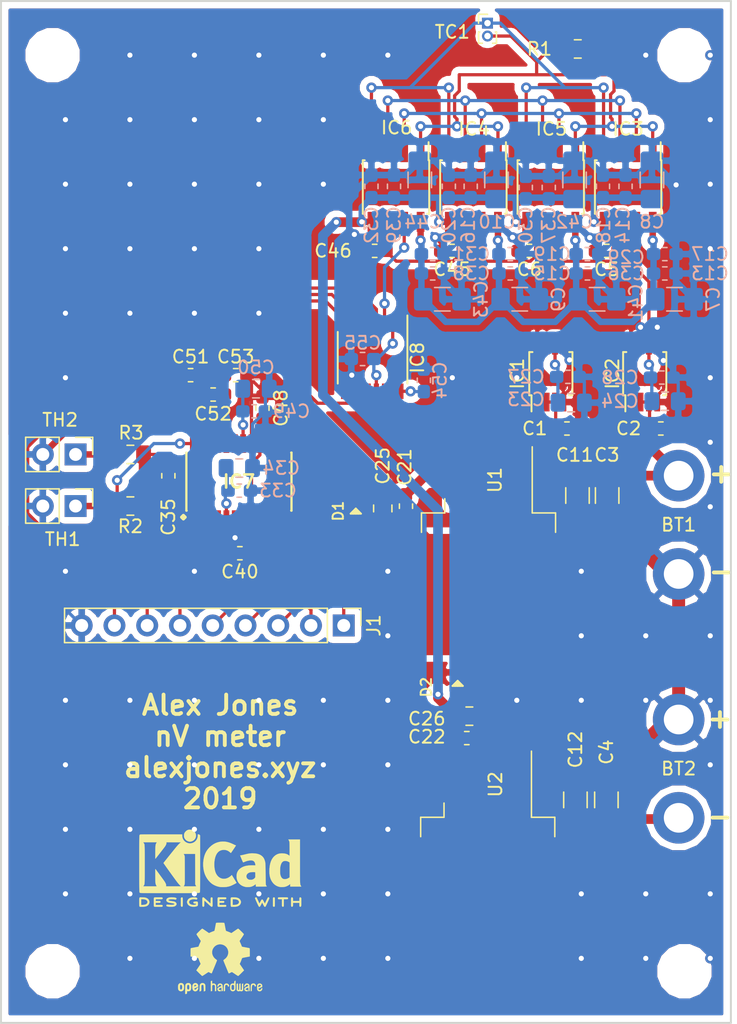
<source format=kicad_pcb>
(kicad_pcb (version 20171130) (host pcbnew 5.0.2-bee76a0~70~ubuntu18.04.1)
  (layers (0 F.Cu signal) (31 B.Cu signal) (34 B.Paste user) (35 F.Paste user) (36 B.SilkS user) (37 F.SilkS user) (38 B.Mask user) (39 F.Mask user) (44 Edge.Cuts user))
  (net 0 "")
  (net 1 "Net-(IC7-Pad1)")
  (net 2 gnd)
  (net 3 2.5v)
  (net 4 "Net-(IC7-Pad4)")
  (net 5 "Net-(C33-Pad2)")
  (net 6 5v)
  (net 7 "Net-(IC7-Pad9)")
  (net 8 "Net-(IC7-Pad10)")
  (net 9 "Net-(IC7-Pad11)")
  (net 10 "Net-(IC7-Pad12)")
  (net 11 "Net-(IC7-Pad13)")
  (net 12 "Net-(IC7-Pad14)")
  (net 13 "Net-(IC7-Pad15)")
  (net 14 "Net-(C49-Pad2)")
  (net 15 "Net-(IC7-Pad19)")
  (net 16 "Net-(IC7-Pad20)")
  (net 17 1.25v)
  (net 18 adc_in)
  (net 19 temp2)
  (net 20 temp1)
  (net 21 -5v)
  (net 22 "Net-(IC3-Pad1)")
  (net 23 -9v)
  (net 24 9v)
  (net 25 "Net-(IC8-Pad1)")
  (net 26 g2000)
  (net 27 "Net-(IC8-Pad5)")
  (net 28 g_cs)
  (net 29 g_din)
  (net 30 g_clk)
  (net 31 "Net-(IC8-Pad9)")
  (net 32 "Net-(IC8-Pad12)")
  (net 33 "Net-(IC3-Pad2)")
  (net 34 "Net-(IC3-Pad3)")
  (net 35 "Net-(IC3-Pad4)")
  (net 36 "Net-(IC3-Pad7)")
  (net 37 "Net-(IC4-Pad7)")
  (net 38 "Net-(IC5-Pad7)")
  (net 39 "Net-(IC2-Pad1)")
  (net 40 "Net-(IC1-Pad1)")
  (module KiCad/Mounting_Holes.pretty:MountingHole_3.2mm_M3 (layer F.Cu) (at 21.614047 23.150197)
    (fp_text reference REF** hide)
    (fp_text value MountingHole_3.2mm_M3)
    (pad 1 np_thru_hole circle (at 0 0) (size 3.2 3.2) (drill 3.2) (layers *.Cu *.Mask))
  )
  (module KiCad/Mounting_Holes.pretty:MountingHole_3.2mm_M3 (layer F.Cu) (at 70.614047 23.150197)
    (fp_text reference REF** hide)
    (fp_text value MountingHole_3.2mm_M3)
    (pad 1 np_thru_hole circle (at 0 0) (size 3.2 3.2) (drill 3.2) (layers *.Cu *.Mask))
  )
  (module KiCad/Mounting_Holes.pretty:MountingHole_3.2mm_M3 (layer F.Cu) (at 70.614047 94.150197)
    (fp_text reference REF** hide)
    (fp_text value MountingHole_3.2mm_M3)
    (pad 1 np_thru_hole circle (at 0 0) (size 3.2 3.2) (drill 3.2) (layers *.Cu *.Mask))
  )
  (module KiCad/Pin_Headers.pretty:Pin_Header_Straight_1x02_Pitch1.00mm (layer F.Cu) (at 55.34231 20.668271)
    (fp_text reference TC1 (at -2.728263 0.681926 180) (layer F.SilkS))
    (fp_text value " ")
    (pad 1 thru_hole rect (at 0 0) (size 0.85 0.85) (drill 0.5) (layers *.Cu *.Mask) (net 35 "Net-(IC3-Pad4)"))
    (pad 2 thru_hole oval (at 0 1) (size 0.85 0.85) (drill 0.5) (layers *.Cu *.Mask) (net 22 "Net-(IC3-Pad1)"))
  )
  (module KiCad/Pin_Headers.pretty:Pin_Header_Straight_1x02_Pitch2.54mm (layer F.Cu) (at 23.399191 54.095059 270)
    (fp_text reference TH2 (at -2.67622 1.19894) (layer F.SilkS))
    (fp_text value 100k)
    (pad 2 thru_hole oval (at 0 2.54 270) (size 1.7 1.7) (drill 1) (layers *.Cu *.Mask) (net 2 gnd))
    (pad 1 thru_hole rect (at 0 0 270) (size 1.7 1.7) (drill 1) (layers *.Cu *.Mask) (net 19 temp2))
  )
  (module KiCad/Pin_Headers.pretty:Pin_Header_Straight_1x02_Pitch2.54mm (layer F.Cu) (at 23.399191 58.095059 270)
    (fp_text reference TH1 (at 2.57378 1) (layer F.SilkS))
    (fp_text value 100k)
    (pad 1 thru_hole rect (at 0 0 270) (size 1.7 1.7) (drill 1) (layers *.Cu *.Mask) (net 20 temp1))
    (pad 2 thru_hole oval (at 0 2.54 270) (size 1.7 1.7) (drill 1) (layers *.Cu *.Mask) (net 2 gnd))
  )
  (module KiCad/Pin_Headers.pretty:Pin_Header_Straight_1x09_Pitch2.54mm (layer F.Cu) (at 44.194047 67.350197 270)
    (fp_text reference J1 (at 0 -2.33 270) (layer F.SilkS))
    (fp_text value Conn_01x09_Female)
    (pad 1 thru_hole rect (at 0 0 270) (size 1.7 1.7) (drill 1) (layers *.Cu *.Mask) (net 11 "Net-(IC7-Pad13)"))
    (pad 2 thru_hole oval (at 0 2.54 270) (size 1.7 1.7) (drill 1) (layers *.Cu *.Mask) (net 12 "Net-(IC7-Pad14)"))
    (pad 3 thru_hole oval (at 0 5.08 270) (size 1.7 1.7) (drill 1) (layers *.Cu *.Mask) (net 13 "Net-(IC7-Pad15)"))
    (pad 4 thru_hole oval (at 0 7.62 270) (size 1.7 1.7) (drill 1) (layers *.Cu *.Mask) (net 10 "Net-(IC7-Pad12)"))
    (pad 5 thru_hole oval (at 0 10.16 270) (size 1.7 1.7) (drill 1) (layers *.Cu *.Mask) (net 9 "Net-(IC7-Pad11)"))
    (pad 6 thru_hole oval (at 0 12.7 270) (size 1.7 1.7) (drill 1) (layers *.Cu *.Mask) (net 30 g_clk))
    (pad 7 thru_hole oval (at 0 15.24 270) (size 1.7 1.7) (drill 1) (layers *.Cu *.Mask) (net 29 g_din))
    (pad 8 thru_hole oval (at 0 17.78 270) (size 1.7 1.7) (drill 1) (layers *.Cu *.Mask) (net 28 g_cs))
    (pad 9 thru_hole oval (at 0 20.32 270) (size 1.7 1.7) (drill 1) (layers *.Cu *.Mask) (net 2 gnd))
  )
  (module KiCad/kicad-footprints/Capacitor_SMD.pretty:C_0603_1608Metric_Pad1.05x0.95mm_HandSolder (layer B.Cu) (at 51.09231 38.568271)
    (fp_text reference C31 (at 3 0) (layer B.SilkS) (effects (justify mirror)))
    (fp_text value 0.01uF)
    (pad 1 smd roundrect (at -0.875 0) (size 1.05 0.95) (layers B.Cu B.Paste B.Mask) (net 6 5v))
    (pad 2 smd roundrect (at 0.875 0) (size 1.05 0.95) (layers B.Cu B.Paste B.Mask) (net 2 gnd))
  )
  (module KiCad/kicad-footprints/Capacitor_SMD.pretty:C_0603_1608Metric_Pad1.05x0.95mm_HandSolder (layer F.Cu) (at 68.783119 52.084786)
    (fp_text reference C2 (at -2.5 0) (layer F.SilkS))
    (fp_text value 0.1uF)
    (pad 2 smd roundrect (at 0.875 0) (size 1.05 0.95) (layers F.Cu F.Paste F.Mask) (net 2 gnd))
    (pad 1 smd roundrect (at -0.875 0) (size 1.05 0.95) (layers F.Cu F.Paste F.Mask) (net 24 9v))
  )
  (module KiCad/kicad-footprints/Capacitor_SMD.pretty:C_0603_1608Metric_Pad1.05x0.95mm_HandSolder (layer B.Cu) (at 61.578542 48.081415)
    (fp_text reference C27 (at -3.25 0) (layer B.SilkS) (effects (justify mirror)))
    (fp_text value 0.1uF)
    (pad 1 smd roundrect (at -0.875 0) (size 1.05 0.95) (layers B.Cu B.Paste B.Mask) (net 3 2.5v))
    (pad 2 smd roundrect (at 0.875 0) (size 1.05 0.95) (layers B.Cu B.Paste B.Mask) (net 2 gnd))
  )
  (module KiCad/kicad-footprints/Capacitor_SMD.pretty:C_0603_1608Metric_Pad1.05x0.95mm_HandSolder (layer F.Cu) (at 64.59231 38.318271 180)
    (fp_text reference C5 (at 0 -1.43 180) (layer F.SilkS))
    (fp_text value 0.1uF)
    (pad 2 smd roundrect (at 0.875 0 180) (size 1.05 0.95) (layers F.Cu F.Paste F.Mask) (net 2 gnd))
    (pad 1 smd roundrect (at -0.875 0 180) (size 1.05 0.95) (layers F.Cu F.Paste F.Mask) (net 17 1.25v))
  )
  (module KiCad/kicad-footprints/Capacitor_SMD.pretty:C_0603_1608Metric_Pad1.05x0.95mm_HandSolder (layer B.Cu) (at 68.858119 48.134786)
    (fp_text reference C28 (at -3.25 0) (layer B.SilkS) (effects (justify mirror)))
    (fp_text value 0.1uF)
    (pad 1 smd roundrect (at -0.875 0) (size 1.05 0.95) (layers B.Cu B.Paste B.Mask) (net 17 1.25v))
    (pad 2 smd roundrect (at 0.875 0) (size 1.05 0.95) (layers B.Cu B.Paste B.Mask) (net 2 gnd))
  )
  (module KiCad/kicad-footprints/Capacitor_SMD.pretty:C_0603_1608Metric_Pad1.05x0.95mm_HandSolder (layer F.Cu) (at 58.59231 38.318271 180)
    (fp_text reference C6 (at 0 -1.43 180) (layer F.SilkS))
    (fp_text value 0.1uF)
    (pad 2 smd roundrect (at 0.875 0 180) (size 1.05 0.95) (layers F.Cu F.Paste F.Mask) (net 2 gnd))
    (pad 1 smd roundrect (at -0.875 0 180) (size 1.05 0.95) (layers F.Cu F.Paste F.Mask) (net 17 1.25v))
  )
  (module KiCad/kicad-footprints/Capacitor_SMD.pretty:C_0603_1608Metric_Pad1.05x0.95mm_HandSolder (layer B.Cu) (at 69.09231 40.068271)
    (fp_text reference C13 (at 3.5 0 180) (layer B.SilkS) (effects (justify mirror)))
    (fp_text value 0.1uF)
    (pad 1 smd roundrect (at -0.875 0) (size 1.05 0.95) (layers B.Cu B.Paste B.Mask) (net 6 5v))
    (pad 2 smd roundrect (at 0.875 0) (size 1.05 0.95) (layers B.Cu B.Paste B.Mask) (net 2 gnd))
  )
  (module KiCad/kicad-footprints/Capacitor_SMD.pretty:C_0603_1608Metric_Pad1.05x0.95mm_HandSolder (layer B.Cu) (at 50.404847 48.351257 270)
    (fp_text reference C54 (at 0 -1.25 270) (layer B.SilkS) (effects (justify mirror)))
    (fp_text value 0.1uF)
    (pad 2 smd roundrect (at 0.875 0 270) (size 1.05 0.95) (layers B.Cu B.Paste B.Mask) (net 6 5v))
    (pad 1 smd roundrect (at -0.875 0 270) (size 1.05 0.95) (layers B.Cu B.Paste B.Mask) (net 2 gnd))
  )
  (module KiCad/kicad-footprints/Capacitor_SMD.pretty:C_0603_1608Metric_Pad1.05x0.95mm_HandSolder (layer B.Cu) (at 57.106606 40.068271)
    (fp_text reference C15 (at 3.25 0) (layer B.SilkS) (effects (justify mirror)))
    (fp_text value 0.1uF)
    (pad 1 smd roundrect (at -0.875 0) (size 1.05 0.95) (layers B.Cu B.Paste B.Mask) (net 6 5v))
    (pad 2 smd roundrect (at 0.875 0) (size 1.05 0.95) (layers B.Cu B.Paste B.Mask) (net 2 gnd))
  )
  (module KiCad/kicad-footprints/Capacitor_SMD.pretty:C_0603_1608Metric_Pad1.05x0.95mm_HandSolder (layer B.Cu) (at 54.038459 33.318271 90)
    (fp_text reference C16 (at -3 -0.196149 270) (layer B.SilkS) (effects (justify mirror)))
    (fp_text value 0.1uF)
    (pad 2 smd roundrect (at 0.875 0 90) (size 1.05 0.95) (layers B.Cu B.Paste B.Mask) (net 2 gnd))
    (pad 1 smd roundrect (at -0.875 0 90) (size 1.05 0.95) (layers B.Cu B.Paste B.Mask) (net 21 -5v))
  )
  (module KiCad/kicad-footprints/Capacitor_SMD.pretty:C_0603_1608Metric_Pad1.05x0.95mm_HandSolder (layer B.Cu) (at 69.09231 38.568271)
    (fp_text reference C17 (at 3.5 0 180) (layer B.SilkS) (effects (justify mirror)))
    (fp_text value 0.01uF)
    (pad 1 smd roundrect (at -0.875 0) (size 1.05 0.95) (layers B.Cu B.Paste B.Mask) (net 6 5v))
    (pad 2 smd roundrect (at 0.875 0) (size 1.05 0.95) (layers B.Cu B.Paste B.Mask) (net 2 gnd))
  )
  (module KiCad/kicad-footprints/Capacitor_SMD.pretty:C_0603_1608Metric_Pad1.05x0.95mm_HandSolder (layer B.Cu) (at 64.296308 33.318271 90)
    (fp_text reference C18 (at -3 0.046002 270) (layer B.SilkS) (effects (justify mirror)))
    (fp_text value 0.01uF)
    (pad 2 smd roundrect (at 0.875 0 90) (size 1.05 0.95) (layers B.Cu B.Paste B.Mask) (net 2 gnd))
    (pad 1 smd roundrect (at -0.875 0 90) (size 1.05 0.95) (layers B.Cu B.Paste B.Mask) (net 21 -5v))
  )
  (module KiCad/kicad-footprints/Capacitor_SMD.pretty:C_0603_1608Metric_Pad1.05x0.95mm_HandSolder (layer B.Cu) (at 57.106606 38.568271)
    (fp_text reference C19 (at 3.25 0) (layer B.SilkS) (effects (justify mirror)))
    (fp_text value 0.01uF)
    (pad 1 smd roundrect (at -0.875 0) (size 1.05 0.95) (layers B.Cu B.Paste B.Mask) (net 6 5v))
    (pad 2 smd roundrect (at 0.875 0) (size 1.05 0.95) (layers B.Cu B.Paste B.Mask) (net 2 gnd))
  )
  (module KiCad/kicad-footprints/Capacitor_SMD.pretty:C_0603_1608Metric_Pad1.05x0.95mm_HandSolder (layer B.Cu) (at 52.34231 33.318271 90)
    (fp_text reference C20 (at -3 0 90) (layer B.SilkS) (effects (justify mirror)))
    (fp_text value 0.01uF)
    (pad 2 smd roundrect (at 0.875 0 90) (size 1.05 0.95) (layers B.Cu B.Paste B.Mask) (net 2 gnd))
    (pad 1 smd roundrect (at -0.875 0 90) (size 1.05 0.95) (layers B.Cu B.Paste B.Mask) (net 21 -5v))
  )
  (module KiCad/kicad-footprints/Capacitor_SMD.pretty:C_0603_1608Metric_Pad1.05x0.95mm_HandSolder (layer B.Cu) (at 36.094527 56.900197 180)
    (fp_text reference C33 (at -3 0 180) (layer B.SilkS) (effects (justify mirror)))
    (fp_text value 0.1uF)
    (pad 1 smd roundrect (at -0.875 0 180) (size 1.05 0.95) (layers B.Cu B.Paste B.Mask) (net 2 gnd))
    (pad 2 smd roundrect (at 0.875 0 180) (size 1.05 0.95) (layers B.Cu B.Paste B.Mask) (net 5 "Net-(C33-Pad2)"))
  )
  (module KiCad/kicad-footprints/Capacitor_SMD.pretty:C_0603_1608Metric_Pad1.05x0.95mm_HandSolder (layer F.Cu) (at 35.817347 47.951257)
    (fp_text reference C53 (at 0 -1.43) (layer F.SilkS))
    (fp_text value 0.01uF)
    (pad 2 smd roundrect (at 0.875 0) (size 1.05 0.95) (layers F.Cu F.Paste F.Mask) (net 2 gnd))
    (pad 1 smd roundrect (at -0.875 0) (size 1.05 0.95) (layers F.Cu F.Paste F.Mask) (net 17 1.25v))
  )
  (module KiCad/kicad-footprints/Capacitor_SMD.pretty:C_0603_1608Metric_Pad1.05x0.95mm_HandSolder (layer B.Cu) (at 66.046308 33.318271 90)
    (fp_text reference C14 (at -3 -0.203998 90) (layer B.SilkS) (effects (justify mirror)))
    (fp_text value 0.1uF)
    (pad 1 smd roundrect (at -0.875 0 90) (size 1.05 0.95) (layers B.Cu B.Paste B.Mask) (net 21 -5v))
    (pad 2 smd roundrect (at 0.875 0 90) (size 1.05 0.95) (layers B.Cu B.Paste B.Mask) (net 2 gnd))
  )
  (module KiCad/kicad-footprints/Capacitor_SMD.pretty:C_0603_1608Metric_Pad1.05x0.95mm_HandSolder (layer F.Cu) (at 61.503542 52.085894)
    (fp_text reference C1 (at -2.5 0) (layer F.SilkS))
    (fp_text value 0.1uF)
    (pad 2 smd roundrect (at 0.875 0) (size 1.05 0.95) (layers F.Cu F.Paste F.Mask) (net 2 gnd))
    (pad 1 smd roundrect (at -0.875 0) (size 1.05 0.95) (layers F.Cu F.Paste F.Mask) (net 24 9v))
  )
  (module KiCad/kicad-footprints/Capacitor_SMD.pretty:C_0603_1608Metric_Pad1.05x0.95mm_HandSolder (layer B.Cu) (at 45.654847 46.701257 180)
    (fp_text reference C55 (at 0 1.25 180) (layer B.SilkS) (effects (justify mirror)))
    (fp_text value 0.1uF)
    (pad 1 smd roundrect (at -0.875 0 180) (size 1.05 0.95) (layers B.Cu B.Paste B.Mask) (net 17 1.25v))
    (pad 2 smd roundrect (at 0.875 0 180) (size 1.05 0.95) (layers B.Cu B.Paste B.Mask) (net 2 gnd))
  )
  (module KiCad/kicad-footprints/Capacitor_SMD.pretty:C_0603_1608Metric_Pad1.05x0.95mm_HandSolder (layer F.Cu) (at 32.317347 47.951257)
    (fp_text reference C51 (at 0 -1.43) (layer F.SilkS))
    (fp_text value 0.01uF)
    (pad 2 smd roundrect (at 0.875 0) (size 1.05 0.95) (layers F.Cu F.Paste F.Mask) (net 18 adc_in))
    (pad 1 smd roundrect (at -0.875 0) (size 1.05 0.95) (layers F.Cu F.Paste F.Mask) (net 2 gnd))
  )
  (module KiCad/kicad-footprints/Capacitor_SMD.pretty:C_0603_1608Metric_Pad1.05x0.95mm_HandSolder (layer B.Cu) (at 63.09231 38.568271)
    (fp_text reference C29 (at 3 0.25) (layer B.SilkS) (effects (justify mirror)))
    (fp_text value 0.01uF)
    (pad 1 smd roundrect (at -0.875 0) (size 1.05 0.95) (layers B.Cu B.Paste B.Mask) (net 6 5v))
    (pad 2 smd roundrect (at 0.875 0) (size 1.05 0.95) (layers B.Cu B.Paste B.Mask) (net 2 gnd))
  )
  (module KiCad/kicad-footprints/Capacitor_SMD.pretty:C_0603_1608Metric_Pad1.05x0.95mm_HandSolder (layer B.Cu) (at 37.243567 50.752317 180)
    (fp_text reference C49 (at -2.89636 0 180) (layer B.SilkS) (effects (justify mirror)))
    (fp_text value 0.1uF)
    (pad 2 smd roundrect (at 0.875 0 180) (size 1.05 0.95) (layers B.Cu B.Paste B.Mask) (net 14 "Net-(C49-Pad2)"))
    (pad 1 smd roundrect (at -0.875 0 180) (size 1.05 0.95) (layers B.Cu B.Paste B.Mask) (net 2 gnd))
  )
  (module KiCad/kicad-footprints/Capacitor_SMD.pretty:C_0603_1608Metric_Pad1.05x0.95mm_HandSolder (layer F.Cu) (at 37.889927 50.502317 270)
    (fp_text reference C48 (at 0 -1.43 270) (layer F.SilkS))
    (fp_text value 0.1uF)
    (pad 1 smd roundrect (at -0.875 0 270) (size 1.05 0.95) (layers F.Cu F.Paste F.Mask) (net 2 gnd))
    (pad 2 smd roundrect (at 0.875 0 270) (size 1.05 0.95) (layers F.Cu F.Paste F.Mask) (net 6 5v))
  )
  (module KiCad/kicad-footprints/Capacitor_SMD.pretty:C_0603_1608Metric_Pad1.05x0.95mm_HandSolder (layer F.Cu) (at 46.59231 38.318271 180)
    (fp_text reference C46 (at 3.225 0 180) (layer F.SilkS))
    (fp_text value 0.1uF)
    (pad 2 smd roundrect (at 0.875 0 180) (size 1.05 0.95) (layers F.Cu F.Paste F.Mask) (net 2 gnd))
    (pad 1 smd roundrect (at -0.875 0 180) (size 1.05 0.95) (layers F.Cu F.Paste F.Mask) (net 17 1.25v))
  )
  (module KiCad/kicad-footprints/Capacitor_SMD.pretty:C_0603_1608Metric_Pad1.05x0.95mm_HandSolder (layer F.Cu) (at 52.59231 38.318271 180)
    (fp_text reference C45 (at 0 -1.43 180) (layer F.SilkS))
    (fp_text value 0.1uF)
    (pad 1 smd roundrect (at -0.875 0 180) (size 1.05 0.95) (layers F.Cu F.Paste F.Mask) (net 17 1.25v))
    (pad 2 smd roundrect (at 0.875 0 180) (size 1.05 0.95) (layers F.Cu F.Paste F.Mask) (net 2 gnd))
  )
  (module KiCad/kicad-footprints/Capacitor_SMD.pretty:C_0603_1608Metric_Pad1.05x0.95mm_HandSolder (layer F.Cu) (at 49.020613 58.104506 270)
    (fp_text reference C21 (at -3.025 0.1 270) (layer F.SilkS))
    (fp_text value 0.1uF)
    (pad 2 smd roundrect (at 0.875 0 270) (size 1.05 0.95) (layers F.Cu F.Paste F.Mask) (net 2 gnd))
    (pad 1 smd roundrect (at -0.875 0 270) (size 1.05 0.95) (layers F.Cu F.Paste F.Mask) (net 6 5v))
  )
  (module KiCad/kicad-footprints/Capacitor_SMD.pretty:C_0603_1608Metric_Pad1.05x0.95mm_HandSolder (layer F.Cu) (at 53.736266 76.07907 180)
    (fp_text reference C22 (at 3.1 0.1 180) (layer F.SilkS))
    (fp_text value 0.1uF)
    (pad 1 smd roundrect (at -0.875 0 180) (size 1.05 0.95) (layers F.Cu F.Paste F.Mask) (net 2 gnd))
    (pad 2 smd roundrect (at 0.875 0 180) (size 1.05 0.95) (layers F.Cu F.Paste F.Mask) (net 21 -5v))
  )
  (module KiCad/kicad-footprints/Capacitor_SMD.pretty:C_0603_1608Metric_Pad1.05x0.95mm_HandSolder (layer B.Cu) (at 46.34231 33.318271 90)
    (fp_text reference C32 (at -3 0 90) (layer B.SilkS) (effects (justify mirror)))
    (fp_text value 0.01uF)
    (pad 2 smd roundrect (at 0.875 0 90) (size 1.05 0.95) (layers B.Cu B.Paste B.Mask) (net 2 gnd))
    (pad 1 smd roundrect (at -0.875 0 90) (size 1.05 0.95) (layers B.Cu B.Paste B.Mask) (net 21 -5v))
  )
  (module KiCad/kicad-footprints/Capacitor_SMD.pretty:C_0603_1608Metric_Pad1.05x0.95mm_HandSolder (layer B.Cu) (at 63.09231 40.068271)
    (fp_text reference C36 (at 3 0) (layer B.SilkS) (effects (justify mirror)))
    (fp_text value 0.1uF)
    (pad 2 smd roundrect (at 0.875 0) (size 1.05 0.95) (layers B.Cu B.Paste B.Mask) (net 2 gnd))
    (pad 1 smd roundrect (at -0.875 0) (size 1.05 0.95) (layers B.Cu B.Paste B.Mask) (net 6 5v))
  )
  (module KiCad/kicad-footprints/Capacitor_SMD.pretty:C_0603_1608Metric_Pad1.05x0.95mm_HandSolder (layer B.Cu) (at 60.09231 33.408351 90)
    (fp_text reference C37 (at -2.90992 0 90) (layer B.SilkS) (effects (justify mirror)))
    (fp_text value 0.1uF)
    (pad 1 smd roundrect (at -0.875 0 90) (size 1.05 0.95) (layers B.Cu B.Paste B.Mask) (net 21 -5v))
    (pad 2 smd roundrect (at 0.875 0 90) (size 1.05 0.95) (layers B.Cu B.Paste B.Mask) (net 2 gnd))
  )
  (module KiCad/kicad-footprints/Capacitor_SMD.pretty:C_0603_1608Metric_Pad1.05x0.95mm_HandSolder (layer B.Cu) (at 51.09231 40.068271)
    (fp_text reference C38 (at 3 0) (layer B.SilkS) (effects (justify mirror)))
    (fp_text value 0.1uF)
    (pad 2 smd roundrect (at 0.875 0) (size 1.05 0.95) (layers B.Cu B.Paste B.Mask) (net 2 gnd))
    (pad 1 smd roundrect (at -0.875 0) (size 1.05 0.95) (layers B.Cu B.Paste B.Mask) (net 6 5v))
  )
  (module KiCad/kicad-footprints/Capacitor_SMD.pretty:C_0603_1608Metric_Pad1.05x0.95mm_HandSolder (layer B.Cu) (at 48.09231 33.318271 90)
    (fp_text reference C39 (at -3 0 270) (layer B.SilkS) (effects (justify mirror)))
    (fp_text value 0.1uF)
    (pad 1 smd roundrect (at -0.875 0 90) (size 1.05 0.95) (layers B.Cu B.Paste B.Mask) (net 21 -5v))
    (pad 2 smd roundrect (at 0.875 0 90) (size 1.05 0.95) (layers B.Cu B.Paste B.Mask) (net 2 gnd))
  )
  (module KiCad/kicad-footprints/Capacitor_SMD.pretty:C_0603_1608Metric_Pad1.05x0.95mm_HandSolder (layer F.Cu) (at 36.139927 61.752317 180)
    (fp_text reference C40 (at 0 -1.43 180) (layer F.SilkS))
    (fp_text value 0.1uF)
    (pad 2 smd roundrect (at 0.875 0 180) (size 1.05 0.95) (layers F.Cu F.Paste F.Mask) (net 2 gnd))
    (pad 1 smd roundrect (at -0.875 0 180) (size 1.05 0.95) (layers F.Cu F.Paste F.Mask) (net 6 5v))
  )
  (module KiCad/kicad-footprints/Capacitor_SMD.pretty:C_0603_1608Metric_Pad1.05x0.95mm_HandSolder (layer F.Cu) (at 34.067347 49.451257)
    (fp_text reference C52 (at 0 1.5) (layer F.SilkS))
    (fp_text value 0.01uF)
    (pad 1 smd roundrect (at -0.875 0) (size 1.05 0.95) (layers F.Cu F.Paste F.Mask) (net 18 adc_in))
    (pad 2 smd roundrect (at 0.875 0) (size 1.05 0.95) (layers F.Cu F.Paste F.Mask) (net 17 1.25v))
  )
  (module KiCad/kicad-footprints/Capacitor_SMD.pretty:C_0603_1608Metric_Pad1.05x0.95mm_HandSolder (layer B.Cu) (at 58.310884 33.408351 90)
    (fp_text reference C30 (at -2.90992 0 90) (layer B.SilkS) (effects (justify mirror)))
    (fp_text value 0.01uF)
    (pad 2 smd roundrect (at 0.875 0 90) (size 1.05 0.95) (layers B.Cu B.Paste B.Mask) (net 2 gnd))
    (pad 1 smd roundrect (at -0.875 0 90) (size 1.05 0.95) (layers B.Cu B.Paste B.Mask) (net 21 -5v))
  )
  (module KiCad/kicad-footprints/Capacitor_SMD.pretty:C_0603_1608Metric_Pad1.05x0.95mm_HandSolder (layer F.Cu) (at 30.594047 55.750197 90)
    (fp_text reference C35 (at -3.2 0 90) (layer F.SilkS))
    (fp_text value 0.1uF)
    (pad 1 smd roundrect (at -0.875 0 90) (size 1.05 0.95) (layers F.Cu F.Paste F.Mask) (net 2 gnd))
    (pad 2 smd roundrect (at 0.875 0 90) (size 1.05 0.95) (layers F.Cu F.Paste F.Mask) (net 3 2.5v))
  )
  (module KiCad/kicad-footprints/Capacitor_SMD.pretty:C_0805_2012Metric_Pad1.15x1.40mm_HandSolder (layer F.Cu) (at 47.220613 58.279506 270)
    (fp_text reference C25 (at -3.3 0 270) (layer F.SilkS))
    (fp_text value 1uF)
    (pad 2 smd roundrect (at 1.025 0 270) (size 1.15 1.4) (layers F.Cu F.Paste F.Mask) (roundrect_rratio 0.217391) (net 2 gnd))
    (pad 1 smd roundrect (at -1.025 0 270) (size 1.15 1.4) (layers F.Cu F.Paste F.Mask) (roundrect_rratio 0.217391) (net 6 5v))
  )
  (module KiCad/kicad-footprints/Capacitor_SMD.pretty:C_0805_2012Metric_Pad1.15x1.40mm_HandSolder (layer B.Cu) (at 36.094527 55.150197 180)
    (fp_text reference C34 (at -3.25 0 180) (layer B.SilkS) (effects (justify mirror)))
    (fp_text value 1uF)
    (pad 1 smd roundrect (at -1.025 0 180) (size 1.15 1.4) (layers B.Cu B.Paste B.Mask) (roundrect_rratio 0.217391) (net 2 gnd))
    (pad 2 smd roundrect (at 1.025 0 180) (size 1.15 1.4) (layers B.Cu B.Paste B.Mask) (roundrect_rratio 0.217391) (net 5 "Net-(C33-Pad2)"))
  )
  (module KiCad/kicad-footprints/Capacitor_SMD.pretty:C_0805_2012Metric_Pad1.15x1.40mm_HandSolder (layer B.Cu) (at 69.108119 49.970752)
    (fp_text reference C24 (at -3.5 0) (layer B.SilkS) (effects (justify mirror)))
    (fp_text value 1uF)
    (pad 2 smd roundrect (at 1.025 0) (size 1.15 1.4) (layers B.Cu B.Paste B.Mask) (roundrect_rratio 0.217391) (net 2 gnd))
    (pad 1 smd roundrect (at -1.025 0) (size 1.15 1.4) (layers B.Cu B.Paste B.Mask) (roundrect_rratio 0.217391) (net 17 1.25v))
  )
  (module KiCad/kicad-footprints/Capacitor_SMD.pretty:C_0805_2012Metric_Pad1.15x1.40mm_HandSolder (layer B.Cu) (at 61.828542 50.081415)
    (fp_text reference C23 (at -3.5 -0.25) (layer B.SilkS) (effects (justify mirror)))
    (fp_text value 1uF)
    (pad 1 smd roundrect (at -1.025 0) (size 1.15 1.4) (layers B.Cu B.Paste B.Mask) (roundrect_rratio 0.217391) (net 3 2.5v))
    (pad 2 smd roundrect (at 1.025 0) (size 1.15 1.4) (layers B.Cu B.Paste B.Mask) (roundrect_rratio 0.217391) (net 2 gnd))
  )
  (module KiCad/kicad-footprints/Capacitor_SMD.pretty:C_0805_2012Metric_Pad1.15x1.40mm_HandSolder (layer B.Cu) (at 37.389927 49.002317 180)
    (fp_text reference C50 (at 0 1.65 180) (layer B.SilkS) (effects (justify mirror)))
    (fp_text value 1uF)
    (pad 2 smd roundrect (at 1.025 0 180) (size 1.15 1.4) (layers B.Cu B.Paste B.Mask) (roundrect_rratio 0.217391) (net 14 "Net-(C49-Pad2)"))
    (pad 1 smd roundrect (at -1.025 0 180) (size 1.15 1.4) (layers B.Cu B.Paste B.Mask) (roundrect_rratio 0.217391) (net 2 gnd))
  )
  (module KiCad/kicad-footprints/Capacitor_SMD.pretty:C_0805_2012Metric_Pad1.15x1.40mm_HandSolder (layer F.Cu) (at 53.936266 74.37907 180)
    (fp_text reference C26 (at 3.3 -0.2 180) (layer F.SilkS))
    (fp_text value 1uF)
    (pad 1 smd roundrect (at -1.025 0 180) (size 1.15 1.4) (layers F.Cu F.Paste F.Mask) (roundrect_rratio 0.217391) (net 2 gnd))
    (pad 2 smd roundrect (at 1.025 0 180) (size 1.15 1.4) (layers F.Cu F.Paste F.Mask) (roundrect_rratio 0.217391) (net 21 -5v))
  )
  (module KiCad/kicad-footprints/Capacitor_SMD.pretty:C_1206_3216Metric_Pad1.42x1.75mm_HandSolder (layer F.Cu) (at 64.559645 80.866566 270)
    (fp_text reference C4 (at -3.7 0 270) (layer F.SilkS))
    (fp_text value 2.2uF)
    (pad 2 smd roundrect (at 1.4875 0 270) (size 1.425 1.75) (layers F.Cu F.Paste F.Mask) (roundrect_rratio 0.175439) (net 23 -9v))
    (pad 1 smd roundrect (at -1.4875 0 270) (size 1.425 1.75) (layers F.Cu F.Paste F.Mask) (roundrect_rratio 0.175439) (net 2 gnd))
  )
  (module KiCad/kicad-footprints/Capacitor_SMD.pretty:C_1206_3216Metric_Pad1.42x1.75mm_HandSolder (layer B.Cu) (at 50.09231 32.818271 90)
    (fp_text reference C44 (at -3.25 0.25 180) (layer B.SilkS) (effects (justify mirror)))
    (fp_text value 10uF)
    (pad 1 smd roundrect (at -1.4875 0 90) (size 1.425 1.75) (layers B.Cu B.Paste B.Mask) (roundrect_rratio 0.175439) (net 21 -5v))
    (pad 2 smd roundrect (at 1.4875 0 90) (size 1.425 1.75) (layers B.Cu B.Paste B.Mask) (roundrect_rratio 0.175439) (net 2 gnd))
  )
  (module KiCad/kicad-footprints/Capacitor_SMD.pretty:C_1206_3216Metric_Pad1.42x1.75mm_HandSolder (layer B.Cu) (at 69.84231 42.068271)
    (fp_text reference C7 (at 3 0 90) (layer B.SilkS) (effects (justify mirror)))
    (fp_text value 10uF)
    (pad 2 smd roundrect (at 1.4875 0) (size 1.425 1.75) (layers B.Cu B.Paste B.Mask) (roundrect_rratio 0.175439) (net 2 gnd))
    (pad 1 smd roundrect (at -1.4875 0) (size 1.425 1.75) (layers B.Cu B.Paste B.Mask) (roundrect_rratio 0.175439) (net 6 5v))
  )
  (module KiCad/kicad-footprints/Capacitor_SMD.pretty:C_1206_3216Metric_Pad1.42x1.75mm_HandSolder (layer F.Cu) (at 64.620613 57.279506 270)
    (fp_text reference C3 (at -3.143612 0.017071) (layer F.SilkS))
    (fp_text value 2.2uF)
    (pad 1 smd roundrect (at -1.4875 0 270) (size 1.425 1.75) (layers F.Cu F.Paste F.Mask) (roundrect_rratio 0.175439) (net 24 9v))
    (pad 2 smd roundrect (at 1.4875 0 270) (size 1.425 1.75) (layers F.Cu F.Paste F.Mask) (roundrect_rratio 0.175439) (net 2 gnd))
  )
  (module KiCad/kicad-footprints/Capacitor_SMD.pretty:C_1206_3216Metric_Pad1.42x1.75mm_HandSolder (layer B.Cu) (at 56.038459 32.818271 90)
    (fp_text reference C10 (at -3.25 0.053851) (layer B.SilkS) (effects (justify mirror)))
    (fp_text value 10uF)
    (pad 2 smd roundrect (at 1.4875 0 90) (size 1.425 1.75) (layers B.Cu B.Paste B.Mask) (roundrect_rratio 0.175439) (net 2 gnd))
    (pad 1 smd roundrect (at -1.4875 0 90) (size 1.425 1.75) (layers B.Cu B.Paste B.Mask) (roundrect_rratio 0.175439) (net 21 -5v))
  )
  (module KiCad/kicad-footprints/Capacitor_SMD.pretty:C_1206_3216Metric_Pad1.42x1.75mm_HandSolder (layer B.Cu) (at 68.09231 32.818271 90)
    (fp_text reference C8 (at -3.25 0 180) (layer B.SilkS) (effects (justify mirror)))
    (fp_text value 10uF)
    (pad 1 smd roundrect (at -1.4875 0 90) (size 1.425 1.75) (layers B.Cu B.Paste B.Mask) (roundrect_rratio 0.175439) (net 21 -5v))
    (pad 2 smd roundrect (at 1.4875 0 90) (size 1.425 1.75) (layers B.Cu B.Paste B.Mask) (roundrect_rratio 0.175439) (net 2 gnd))
  )
  (module KiCad/kicad-footprints/Capacitor_SMD.pretty:C_1206_3216Metric_Pad1.42x1.75mm_HandSolder (layer B.Cu) (at 51.84231 42.068271)
    (fp_text reference C43 (at 3 0 90) (layer B.SilkS) (effects (justify mirror)))
    (fp_text value 10uF)
    (pad 2 smd roundrect (at 1.4875 0) (size 1.425 1.75) (layers B.Cu B.Paste B.Mask) (roundrect_rratio 0.175439) (net 2 gnd))
    (pad 1 smd roundrect (at -1.4875 0) (size 1.425 1.75) (layers B.Cu B.Paste B.Mask) (roundrect_rratio 0.175439) (net 6 5v))
  )
  (module KiCad/kicad-footprints/Capacitor_SMD.pretty:C_1206_3216Metric_Pad1.42x1.75mm_HandSolder (layer B.Cu) (at 62.09231 32.818271 90)
    (fp_text reference C42 (at -3.25 0 180) (layer B.SilkS) (effects (justify mirror)))
    (fp_text value 10uF)
    (pad 1 smd roundrect (at -1.4875 0 90) (size 1.425 1.75) (layers B.Cu B.Paste B.Mask) (roundrect_rratio 0.175439) (net 21 -5v))
    (pad 2 smd roundrect (at 1.4875 0 90) (size 1.425 1.75) (layers B.Cu B.Paste B.Mask) (roundrect_rratio 0.175439) (net 2 gnd))
  )
  (module KiCad/kicad-footprints/Capacitor_SMD.pretty:C_1206_3216Metric_Pad1.42x1.75mm_HandSolder (layer B.Cu) (at 63.84231 42.068271)
    (fp_text reference C41 (at 3 0.25 90) (layer B.SilkS) (effects (justify mirror)))
    (fp_text value 10uF)
    (pad 2 smd roundrect (at 1.4875 0) (size 1.425 1.75) (layers B.Cu B.Paste B.Mask) (roundrect_rratio 0.175439) (net 2 gnd))
    (pad 1 smd roundrect (at -1.4875 0) (size 1.425 1.75) (layers B.Cu B.Paste B.Mask) (roundrect_rratio 0.175439) (net 6 5v))
  )
  (module KiCad/kicad-footprints/Capacitor_SMD.pretty:C_1206_3216Metric_Pad1.42x1.75mm_HandSolder (layer B.Cu) (at 57.84231 42.068271)
    (fp_text reference C9 (at 3 0 -90) (layer B.SilkS) (effects (justify mirror)))
    (fp_text value 10uF)
    (pad 1 smd roundrect (at -1.4875 0) (size 1.425 1.75) (layers B.Cu B.Paste B.Mask) (roundrect_rratio 0.175439) (net 6 5v))
    (pad 2 smd roundrect (at 1.4875 0) (size 1.425 1.75) (layers B.Cu B.Paste B.Mask) (roundrect_rratio 0.175439) (net 2 gnd))
  )
  (module KiCad/kicad-footprints/Capacitor_SMD.pretty:C_1206_3216Metric_Pad1.42x1.75mm_HandSolder (layer F.Cu) (at 62.159645 80.866566 270)
    (fp_text reference C12 (at -3.9 0 270) (layer F.SilkS))
    (fp_text value 0.33uF)
    (pad 2 smd roundrect (at 1.4875 0 270) (size 1.425 1.75) (layers F.Cu F.Paste F.Mask) (roundrect_rratio 0.175439) (net 23 -9v))
    (pad 1 smd roundrect (at -1.4875 0 270) (size 1.425 1.75) (layers F.Cu F.Paste F.Mask) (roundrect_rratio 0.175439) (net 2 gnd))
  )
  (module KiCad/kicad-footprints/Capacitor_SMD.pretty:C_1206_3216Metric_Pad1.42x1.75mm_HandSolder (layer F.Cu) (at 62.320613 57.279506 270)
    (fp_text reference C11 (at -3.143612 0.217071) (layer F.SilkS))
    (fp_text value 0.33uF)
    (pad 1 smd roundrect (at -1.4875 0 270) (size 1.425 1.75) (layers F.Cu F.Paste F.Mask) (roundrect_rratio 0.175439) (net 24 9v))
    (pad 2 smd roundrect (at 1.4875 0 270) (size 1.425 1.75) (layers F.Cu F.Paste F.Mask) (roundrect_rratio 0.175439) (net 2 gnd))
  )
  (module KiCad/kicad-footprints/Package_SO.pretty:MSOP-8_3x3mm_P0.65mm (layer F.Cu) (at 60.253542 47.835894 90)
    (fp_text reference IC1 (at 0 -2.6 90) (layer F.SilkS))
    (fp_text value LTC6652AHMS8-2.5#PBF)
    (pad 8 smd rect (at 2.2 -0.975 90) (size 1.45 0.45) (layers F.Cu F.Paste F.Mask) (net 2 gnd))
    (pad 7 smd rect (at 2.2 -0.325 90) (size 1.45 0.45) (layers F.Cu F.Paste F.Mask) (net 2 gnd))
    (pad 6 smd rect (at 2.2 0.325 90) (size 1.45 0.45) (layers F.Cu F.Paste F.Mask) (net 3 2.5v))
    (pad 5 smd rect (at 2.2 0.975 90) (size 1.45 0.45) (layers F.Cu F.Paste F.Mask) (net 2 gnd))
    (pad 4 smd rect (at -2.2 0.975 90) (size 1.45 0.45) (layers F.Cu F.Paste F.Mask) (net 2 gnd))
    (pad 3 smd rect (at -2.2 0.325 90) (size 1.45 0.45) (layers F.Cu F.Paste F.Mask) (net 24 9v))
    (pad 2 smd rect (at -2.2 -0.325 90) (size 1.45 0.45) (layers F.Cu F.Paste F.Mask) (net 24 9v))
    (pad 1 smd rect (at -2.2 -0.975 90) (size 1.45 0.45) (layers F.Cu F.Paste F.Mask) (net 40 "Net-(IC1-Pad1)"))
  )
  (module KiCad/kicad-footprints/Package_SO.pretty:MSOP-8_3x3mm_P0.65mm (layer F.Cu) (at 67.533119 47.834786 90)
    (fp_text reference IC2 (at 0 -2.5 90) (layer F.SilkS))
    (fp_text value LTC6652AHMS8-1.25#PBF)
    (pad 1 smd rect (at -2.2 -0.975 90) (size 1.45 0.45) (layers F.Cu F.Paste F.Mask) (net 39 "Net-(IC2-Pad1)"))
    (pad 2 smd rect (at -2.2 -0.325 90) (size 1.45 0.45) (layers F.Cu F.Paste F.Mask) (net 24 9v))
    (pad 3 smd rect (at -2.2 0.325 90) (size 1.45 0.45) (layers F.Cu F.Paste F.Mask) (net 24 9v))
    (pad 4 smd rect (at -2.2 0.975 90) (size 1.45 0.45) (layers F.Cu F.Paste F.Mask) (net 2 gnd))
    (pad 5 smd rect (at 2.2 0.975 90) (size 1.45 0.45) (layers F.Cu F.Paste F.Mask) (net 2 gnd))
    (pad 6 smd rect (at 2.2 0.325 90) (size 1.45 0.45) (layers F.Cu F.Paste F.Mask) (net 17 1.25v))
    (pad 7 smd rect (at 2.2 -0.325 90) (size 1.45 0.45) (layers F.Cu F.Paste F.Mask) (net 2 gnd))
    (pad 8 smd rect (at 2.2 -0.975 90) (size 1.45 0.45) (layers F.Cu F.Paste F.Mask) (net 2 gnd))
  )
  (module KiCad/kicad-footprints/Package_SO.pretty:SOIC-8_3.9x4.9mm_P1.27mm (layer F.Cu) (at 60.24731 33.368271 270)
    (fp_text reference IC5 (at -4.5 -0.05) (layer F.SilkS))
    (fp_text value AD8428BRZ-RL)
    (pad 8 smd rect (at 2.7 -1.905 270) (size 1.55 0.6) (layers F.Cu F.Paste F.Mask) (net 6 5v))
    (pad 7 smd rect (at 2.7 -0.635 270) (size 1.55 0.6) (layers F.Cu F.Paste F.Mask) (net 38 "Net-(IC5-Pad7)"))
    (pad 6 smd rect (at 2.7 0.635 270) (size 1.55 0.6) (layers F.Cu F.Paste F.Mask) (net 17 1.25v))
    (pad 5 smd rect (at 2.7 1.905 270) (size 1.55 0.6) (layers F.Cu F.Paste F.Mask) (net 21 -5v))
    (pad 4 smd rect (at -2.7 1.905 270) (size 1.55 0.6) (layers F.Cu F.Paste F.Mask) (net 35 "Net-(IC3-Pad4)"))
    (pad 3 smd rect (at -2.7 0.635 270) (size 1.55 0.6) (layers F.Cu F.Paste F.Mask) (net 34 "Net-(IC3-Pad3)"))
    (pad 2 smd rect (at -2.7 -0.635 270) (size 1.55 0.6) (layers F.Cu F.Paste F.Mask) (net 33 "Net-(IC3-Pad2)"))
    (pad 1 smd rect (at -2.7 -1.905 270) (size 1.55 0.6) (layers F.Cu F.Paste F.Mask) (net 22 "Net-(IC3-Pad1)"))
  )
  (module KiCad/kicad-footprints/Package_SO.pretty:SOIC-8_3.9x4.9mm_P1.27mm (layer F.Cu) (at 54.24731 33.368271 270)
    (fp_text reference IC4 (at -4.5 -0.05) (layer F.SilkS))
    (fp_text value AD8428BRZ-RL)
    (pad 1 smd rect (at -2.7 -1.905 270) (size 1.55 0.6) (layers F.Cu F.Paste F.Mask) (net 22 "Net-(IC3-Pad1)"))
    (pad 2 smd rect (at -2.7 -0.635 270) (size 1.55 0.6) (layers F.Cu F.Paste F.Mask) (net 33 "Net-(IC3-Pad2)"))
    (pad 3 smd rect (at -2.7 0.635 270) (size 1.55 0.6) (layers F.Cu F.Paste F.Mask) (net 34 "Net-(IC3-Pad3)"))
    (pad 4 smd rect (at -2.7 1.905 270) (size 1.55 0.6) (layers F.Cu F.Paste F.Mask) (net 35 "Net-(IC3-Pad4)"))
    (pad 5 smd rect (at 2.7 1.905 270) (size 1.55 0.6) (layers F.Cu F.Paste F.Mask) (net 21 -5v))
    (pad 6 smd rect (at 2.7 0.635 270) (size 1.55 0.6) (layers F.Cu F.Paste F.Mask) (net 17 1.25v))
    (pad 7 smd rect (at 2.7 -0.635 270) (size 1.55 0.6) (layers F.Cu F.Paste F.Mask) (net 37 "Net-(IC4-Pad7)"))
    (pad 8 smd rect (at 2.7 -1.905 270) (size 1.55 0.6) (layers F.Cu F.Paste F.Mask) (net 6 5v))
  )
  (module KiCad/kicad-footprints/Package_SO.pretty:SOIC-8_3.9x4.9mm_P1.27mm (layer F.Cu) (at 66.24731 33.368271 270)
    (fp_text reference IC3 (at -4.5 0) (layer F.SilkS))
    (fp_text value AD8428BRZ-RL)
    (pad 8 smd rect (at 2.7 -1.905 270) (size 1.55 0.6) (layers F.Cu F.Paste F.Mask) (net 6 5v))
    (pad 7 smd rect (at 2.7 -0.635 270) (size 1.55 0.6) (layers F.Cu F.Paste F.Mask) (net 36 "Net-(IC3-Pad7)"))
    (pad 6 smd rect (at 2.7 0.635 270) (size 1.55 0.6) (layers F.Cu F.Paste F.Mask) (net 17 1.25v))
    (pad 5 smd rect (at 2.7 1.905 270) (size 1.55 0.6) (layers F.Cu F.Paste F.Mask) (net 21 -5v))
    (pad 4 smd rect (at -2.7 1.905 270) (size 1.55 0.6) (layers F.Cu F.Paste F.Mask) (net 35 "Net-(IC3-Pad4)"))
    (pad 3 smd rect (at -2.7 0.635 270) (size 1.55 0.6) (layers F.Cu F.Paste F.Mask) (net 34 "Net-(IC3-Pad3)"))
    (pad 2 smd rect (at -2.7 -0.635 270) (size 1.55 0.6) (layers F.Cu F.Paste F.Mask) (net 33 "Net-(IC3-Pad2)"))
    (pad 1 smd rect (at -2.7 -1.905 270) (size 1.55 0.6) (layers F.Cu F.Paste F.Mask) (net 22 "Net-(IC3-Pad1)"))
  )
  (module KiCad/kicad-footprints/Package_SO.pretty:SOIC-8_3.9x4.9mm_P1.27mm (layer F.Cu) (at 48.24731 33.368271 270)
    (fp_text reference IC6 (at -4.6 -0.05) (layer F.SilkS))
    (fp_text value AD8428BRZ-RL)
    (pad 1 smd rect (at -2.7 -1.905 270) (size 1.55 0.6) (layers F.Cu F.Paste F.Mask) (net 22 "Net-(IC3-Pad1)"))
    (pad 2 smd rect (at -2.7 -0.635 270) (size 1.55 0.6) (layers F.Cu F.Paste F.Mask) (net 33 "Net-(IC3-Pad2)"))
    (pad 3 smd rect (at -2.7 0.635 270) (size 1.55 0.6) (layers F.Cu F.Paste F.Mask) (net 34 "Net-(IC3-Pad3)"))
    (pad 4 smd rect (at -2.7 1.905 270) (size 1.55 0.6) (layers F.Cu F.Paste F.Mask) (net 35 "Net-(IC3-Pad4)"))
    (pad 5 smd rect (at 2.7 1.905 270) (size 1.55 0.6) (layers F.Cu F.Paste F.Mask) (net 21 -5v))
    (pad 6 smd rect (at 2.7 0.635 270) (size 1.55 0.6) (layers F.Cu F.Paste F.Mask) (net 17 1.25v))
    (pad 7 smd rect (at 2.7 -0.635 270) (size 1.55 0.6) (layers F.Cu F.Paste F.Mask) (net 26 g2000))
    (pad 8 smd rect (at 2.7 -1.905 270) (size 1.55 0.6) (layers F.Cu F.Paste F.Mask) (net 6 5v))
  )
  (module KiCad/kicad-footprints/Package_SO.pretty:SSOP-16_3.9x4.9mm_P0.635mm (layer F.Cu) (at 46.404847 46.601257 270)
    (fp_text reference IC8 (at 0 -3.5 270) (layer F.SilkS))
    (fp_text value LTC6915HGN#PBF)
    (pad 1 smd rect (at -2.6 -2.2225 270) (size 1.2 0.4) (layers F.Cu F.Paste F.Mask) (net 25 "Net-(IC8-Pad1)"))
    (pad 2 smd rect (at -2.6 -1.5875 270) (size 1.2 0.4) (layers F.Cu F.Paste F.Mask) (net 17 1.25v))
    (pad 3 smd rect (at -2.6 -0.9525 270) (size 1.2 0.4) (layers F.Cu F.Paste F.Mask) (net 26 g2000))
    (pad 4 smd rect (at -2.6 -0.3175 270) (size 1.2 0.4) (layers F.Cu F.Paste F.Mask) (net 2 gnd))
    (pad 5 smd rect (at -2.6 0.3175 270) (size 1.2 0.4) (layers F.Cu F.Paste F.Mask) (net 27 "Net-(IC8-Pad5)"))
    (pad 6 smd rect (at -2.6 0.9525 270) (size 1.2 0.4) (layers F.Cu F.Paste F.Mask) (net 28 g_cs))
    (pad 7 smd rect (at -2.6 1.5875 270) (size 1.2 0.4) (layers F.Cu F.Paste F.Mask) (net 29 g_din))
    (pad 8 smd rect (at -2.6 2.2225 270) (size 1.2 0.4) (layers F.Cu F.Paste F.Mask) (net 30 g_clk))
    (pad 9 smd rect (at 2.6 2.2225 270) (size 1.2 0.4) (layers F.Cu F.Paste F.Mask) (net 31 "Net-(IC8-Pad9)"))
    (pad 10 smd rect (at 2.6 1.5875 270) (size 1.2 0.4) (layers F.Cu F.Paste F.Mask) (net 2 gnd))
    (pad 11 smd rect (at 2.6 0.9525 270) (size 1.2 0.4) (layers F.Cu F.Paste F.Mask) (net 2 gnd))
    (pad 12 smd rect (at 2.6 0.3175 270) (size 1.2 0.4) (layers F.Cu F.Paste F.Mask) (net 32 "Net-(IC8-Pad12)"))
    (pad 13 smd rect (at 2.6 -0.3175 270) (size 1.2 0.4) (layers F.Cu F.Paste F.Mask) (net 17 1.25v))
    (pad 14 smd rect (at 2.6 -0.9525 270) (size 1.2 0.4) (layers F.Cu F.Paste F.Mask) (net 18 adc_in))
    (pad 15 smd rect (at 2.6 -1.5875 270) (size 1.2 0.4) (layers F.Cu F.Paste F.Mask) (net 18 adc_in))
    (pad 16 smd rect (at 2.6 -2.2225 270) (size 1.2 0.4) (layers F.Cu F.Paste F.Mask) (net 6 5v))
  )
  (module KiCad/kicad-footprints/Package_TO_SOT_SMD.pretty:TO-263-2 (layer F.Cu) (at 55.420613 61.579506 270)
    (fp_text reference U1 (at -5.5 -0.5 270) (layer F.SilkS))
    (fp_text value L7805)
    (pad 2 smd rect (at 3.375 0 270) (size 9.4 10.8) (layers F.Cu F.Mask) (net 2 gnd))
    (pad 3 smd rect (at -5.775 2.54 270) (size 4.6 1.1) (layers F.Cu F.Paste F.Mask) (net 6 5v))
    (pad 1 smd rect (at -5.775 -2.54 270) (size 4.6 1.1) (layers F.Cu F.Paste F.Mask) (net 24 9v))
  )
  (module KiCad/kicad-footprints/Package_TO_SOT_SMD.pretty:TO-263-2 (layer F.Cu) (at 55.359645 85.166566 270)
    (fp_text reference U2 (at -5.5 -0.6 90) (layer F.SilkS))
    (fp_text value L7905)
    (pad 1 smd rect (at -5.775 -2.54 270) (size 4.6 1.1) (layers F.Cu F.Paste F.Mask) (net 2 gnd))
    (pad 3 smd rect (at -5.775 2.54 270) (size 4.6 1.1) (layers F.Cu F.Paste F.Mask) (net 21 -5v))
    (pad 2 smd rect (at 3.375 0 270) (size 9.4 10.8) (layers F.Cu F.Mask) (net 23 -9v))
  )
  (module KiCad/kicad-footprints/Resistor_SMD.pretty:R_0805_2012Metric_Pad1.15x1.40mm_HandSolder (layer F.Cu) (at 62.34231 22.668271 180)
    (fp_text reference R1 (at 2.975 0 180) (layer F.SilkS))
    (fp_text value 2.5M)
    (pad 1 smd roundrect (at -1.025 0 180) (size 1.15 1.4) (layers F.Cu F.Paste F.Mask) (roundrect_rratio 0.217391) (net 2 gnd))
    (pad 2 smd roundrect (at 1.025 0 180) (size 1.15 1.4) (layers F.Cu F.Paste F.Mask) (roundrect_rratio 0.217391) (net 22 "Net-(IC3-Pad1)"))
  )
  (module KiCad/kicad-footprints/Resistor_SMD.pretty:R_0805_2012Metric_Pad1.15x1.40mm_HandSolder (layer F.Cu) (at 27.649191 58.095059 180)
    (fp_text reference R2 (at 0 -1.57378 180) (layer F.SilkS))
    (fp_text value 100k)
    (pad 2 smd roundrect (at 1.025 0 180) (size 1.15 1.4) (layers F.Cu F.Paste F.Mask) (roundrect_rratio 0.217391) (net 20 temp1))
    (pad 1 smd roundrect (at -1.025 0 180) (size 1.15 1.4) (layers F.Cu F.Paste F.Mask) (roundrect_rratio 0.217391) (net 3 2.5v))
  )
  (module KiCad/kicad-footprints/Resistor_SMD.pretty:R_0805_2012Metric_Pad1.15x1.40mm_HandSolder (layer F.Cu) (at 27.649191 54.095059 180)
    (fp_text reference R3 (at -0.05106 1.67622) (layer F.SilkS))
    (fp_text value 100k)
    (pad 1 smd roundrect (at -1.025 0 180) (size 1.15 1.4) (layers F.Cu F.Paste F.Mask) (roundrect_rratio 0.217391) (net 3 2.5v))
    (pad 2 smd roundrect (at 1.025 0 180) (size 1.15 1.4) (layers F.Cu F.Paste F.Mask) (roundrect_rratio 0.217391) (net 19 temp2))
  )
  (module cpavlina/kicad-pcblib/smd-semi.pretty:SOD-523 (layer F.Cu) (at 45.128542 58.485894 270)
    (fp_text reference D1 (at 0 1.361823 270) (layer F.SilkS) (effects (font (size 0.8 0.8))))
    (fp_text value " ")
    (pad 2 smd rect (at 0.85 0 270) (size 0.6 0.8) (layers F.Cu F.Paste F.Mask) (net 2 gnd))
    (pad 1 smd rect (at -0.85 0 270) (size 0.6 0.8) (layers F.Cu F.Paste F.Mask) (net 6 5v))
  )
  (module cpavlina/kicad-pcblib/smd-semi.pretty:SOD-523 (layer F.Cu) (at 53.028542 71.835894 270)
    (fp_text reference D2 (at 0.297275 2.431823 270) (layer F.SilkS) (effects (font (size 0.8 0.8))))
    (fp_text value " ")
    (pad 1 smd rect (at -0.85 0 270) (size 0.6 0.8) (layers F.Cu F.Paste F.Mask) (net 2 gnd))
    (pad 2 smd rect (at 0.85 0 270) (size 0.6 0.8) (layers F.Cu F.Paste F.Mask) (net 21 -5v))
  )
  (module "footprints:xt60_wire holes" (layer F.Cu) (at 70.165125 59.54872 270)
    (fp_text reference BT1 (at 0 0) (layer F.SilkS))
    (fp_text value Battery_Cell hide)
    (pad 2 thru_hole circle (at 3.81 0 270) (size 4 4) (drill 2.3) (layers *.Cu *.Mask) (net 2 gnd))
    (pad 1 thru_hole circle (at -3.81 0 270) (size 4 4) (drill 2.3) (layers *.Cu *.Mask) (net 24 9v))
  )
  (module "footprints:xt60_wire holes" (layer F.Cu) (at 70.165125 78.44872 270)
    (fp_text reference BT2 (at 0 0) (layer F.SilkS))
    (fp_text value Battery_Cell hide)
    (pad 1 thru_hole circle (at -3.81 0 270) (size 4 4) (drill 2.3) (layers *.Cu *.Mask) (net 2 gnd))
    (pad 2 thru_hole circle (at 3.81 0 270) (size 4 4) (drill 2.3) (layers *.Cu *.Mask) (net 23 -9v))
  )
  (module rohbotics/IPC7351-Nominal.pretty:SOP65P640X120-24N (layer F.Cu) (at 36.067347 56.201257 90)
    (fp_text reference IC7 (at 0 0 180) (layer F.SilkS) (effects (font (size 1.016 1.016) (thickness 0.2032))))
    (fp_text value AD7177-2BRUZ hide)
    (pad 1 smd rect (at -2.94894 -3.57378 90) (size 1.4478 0.44958) (layers F.Cu F.Paste F.Mask) (net 1 "Net-(IC7-Pad1)"))
    (pad 2 smd rect (at -2.94894 -2.92354 90) (size 1.4478 0.44958) (layers F.Cu F.Paste F.Mask) (net 2 gnd))
    (pad 3 smd rect (at -2.94894 -2.2733 90) (size 1.4478 0.44958) (layers F.Cu F.Paste F.Mask) (net 3 2.5v))
    (pad 4 smd rect (at -2.94894 -1.62306 90) (size 1.4478 0.44958) (layers F.Cu F.Paste F.Mask) (net 4 "Net-(IC7-Pad4)"))
    (pad 5 smd rect (at -2.94894 -0.97282 90) (size 1.4478 0.44958) (layers F.Cu F.Paste F.Mask) (net 5 "Net-(C33-Pad2)"))
    (pad 6 smd rect (at -2.94894 -0.32258 90) (size 1.4478 0.44958) (layers F.Cu F.Paste F.Mask) (net 2 gnd))
    (pad 7 smd rect (at -2.94894 0.32258 90) (size 1.4478 0.44958) (layers F.Cu F.Paste F.Mask) (net 6 5v))
    (pad 8 smd rect (at -2.94894 0.97282 90) (size 1.4478 0.44958) (layers F.Cu F.Paste F.Mask) (net 6 5v))
    (pad 9 smd rect (at -2.94894 1.62306 90) (size 1.4478 0.44958) (layers F.Cu F.Paste F.Mask) (net 7 "Net-(IC7-Pad9)"))
    (pad 10 smd rect (at -2.94894 2.2733 90) (size 1.4478 0.44958) (layers F.Cu F.Paste F.Mask) (net 8 "Net-(IC7-Pad10)"))
    (pad 11 smd rect (at -2.94894 2.92354 90) (size 1.4478 0.44958) (layers F.Cu F.Paste F.Mask) (net 9 "Net-(IC7-Pad11)"))
    (pad 12 smd rect (at -2.94894 3.57378 90) (size 1.4478 0.44958) (layers F.Cu F.Paste F.Mask) (net 10 "Net-(IC7-Pad12)"))
    (pad 13 smd rect (at 2.94894 3.57378 90) (size 1.4478 0.44958) (layers F.Cu F.Paste F.Mask) (net 11 "Net-(IC7-Pad13)"))
    (pad 14 smd rect (at 2.94894 2.92354 90) (size 1.4478 0.44958) (layers F.Cu F.Paste F.Mask) (net 12 "Net-(IC7-Pad14)"))
    (pad 15 smd rect (at 2.94894 2.2733 90) (size 1.4478 0.44958) (layers F.Cu F.Paste F.Mask) (net 13 "Net-(IC7-Pad15)"))
    (pad 16 smd rect (at 2.94894 1.62306 90) (size 1.4478 0.44958) (layers F.Cu F.Paste F.Mask) (net 6 5v))
    (pad 17 smd rect (at 2.94894 0.97282 90) (size 1.4478 0.44958) (layers F.Cu F.Paste F.Mask) (net 2 gnd))
    (pad 18 smd rect (at 2.94894 0.32258 90) (size 1.4478 0.44958) (layers F.Cu F.Paste F.Mask) (net 14 "Net-(C49-Pad2)"))
    (pad 19 smd rect (at 2.94894 -0.32258 90) (size 1.4478 0.44958) (layers F.Cu F.Paste F.Mask) (net 15 "Net-(IC7-Pad19)"))
    (pad 20 smd rect (at 2.94894 -0.97282 90) (size 1.4478 0.44958) (layers F.Cu F.Paste F.Mask) (net 16 "Net-(IC7-Pad20)"))
    (pad 21 smd rect (at 2.94894 -1.62306 90) (size 1.4478 0.44958) (layers F.Cu F.Paste F.Mask) (net 17 1.25v))
    (pad 22 smd rect (at 2.94894 -2.2733 90) (size 1.4478 0.44958) (layers F.Cu F.Paste F.Mask) (net 18 adc_in))
    (pad 23 smd rect (at 2.94894 -2.92354 90) (size 1.4478 0.44958) (layers F.Cu F.Paste F.Mask) (net 19 temp2))
    (pad 24 smd rect (at 2.94894 -3.57378 90) (size 1.4478 0.44958) (layers F.Cu F.Paste F.Mask) (net 20 temp1))
  )
  (module KiCad/kicad-footprints/Symbol.pretty:KiCad-Logo2_5mm_SilkScreen (layer F.Cu) (at 34.614047 86.150197)
    (fp_text reference REF** hide)
    (fp_text value KiCad-Logo2_5mm_SilkScreen hide)
  )
  (module KiCad/kicad-footprints/Symbol.pretty:OSHW-Logo2_7.3x6mm_SilkScreen (layer F.Cu) (at 34.614047 93.150197)
    (fp_text reference REF** hide)
    (fp_text value OSHW-Logo2_7.3x6mm_SilkScreen hide)
  )
  (module KiCad/Mounting_Holes.pretty:MountingHole_3.2mm_M3 (layer F.Cu) (at 21.614047 94.150197)
    (fp_text reference REF** hide)
    (fp_text value MountingHole_3.2mm_M3)
    (pad 1 np_thru_hole circle (at 0 0) (size 3.2 3.2) (drill 3.2) (layers *.Cu *.Mask))
  )
  (gr_text "Alex Jones\nnV meter\nalexjones.xyz\n2019" (at 34.614047 77.150197) (layer F.SilkS) (effects (font (size 1.5 1.5) (thickness 0.3))))
  (gr_text - (at 73.365125 82.34872 180) (layer F.SilkS) (effects (font (size 1.5 1.5) (thickness 0.3))))
  (gr_text + (at 73.365125 74.74872 180) (layer F.SilkS) (effects (font (size 1.5 1.5) (thickness 0.3))))
  (gr_text - (at 73.465125 63.34872 180) (layer F.SilkS) (effects (font (size 1.5 1.5) (thickness 0.3))))
  (gr_text + (at 73.465125 55.74872 180) (layer F.SilkS) (effects (font (size 1.5 1.5) (thickness 0.3))))
  (gr_line (start 74.214047 18.950197) (end 74.214047 98.150197) (layer Edge.Cuts) (width 0.15))
  (gr_line (start 17.614047 98.150197) (end 74.214047 98.150197) (layer Edge.Cuts) (width 0.15))
  (gr_line (start 17.614047 18.950197) (end 17.614047 98.150197) (layer Edge.Cuts) (width 0.15))
  (gr_line (start 17.614047 18.950197) (end 74.214047 18.950197) (layer Edge.Cuts) (width 0.15))
  (segment (start 69.96731 40.705771) (end 71.32981 42.068271) (width 0.5) (layer B.Cu) (net 2))
  (segment (start 69.96731 38.568271) (end 69.96731 40.705771) (width 0.5) (layer B.Cu) (net 2))
  (segment (start 63.96731 40.705771) (end 65.32981 42.068271) (width 0.5) (layer B.Cu) (net 2))
  (segment (start 63.96731 38.568271) (end 63.96731 40.705771) (width 0.5) (layer B.Cu) (net 2))
  (segment (start 57.981606 40.720067) (end 59.32981 42.068271) (width 0.5) (layer B.Cu) (net 2))
  (segment (start 57.981606 38.568271) (end 57.981606 40.720067) (width 0.5) (layer B.Cu) (net 2))
  (segment (start 51.96731 40.705771) (end 53.32981 42.068271) (width 0.5) (layer B.Cu) (net 2))
  (segment (start 51.96731 38.568271) (end 51.96731 40.705771) (width 0.5) (layer B.Cu) (net 2))
  (segment (start 48.97981 32.443271) (end 50.09231 31.330771) (width 0.5) (layer B.Cu) (net 2))
  (segment (start 46.34231 32.443271) (end 48.97981 32.443271) (width 0.5) (layer B.Cu) (net 2))
  (segment (start 54.925959 32.443271) (end 56.038459 31.330771) (width 0.5) (layer B.Cu) (net 2))
  (segment (start 52.34231 32.443271) (end 54.925959 32.443271) (width 0.5) (layer B.Cu) (net 2))
  (segment (start 60.88973 32.533351) (end 62.09231 31.330771) (width 0.5) (layer B.Cu) (net 2))
  (segment (start 58.310884 32.533351) (end 60.88973 32.533351) (width 0.5) (layer B.Cu) (net 2))
  (segment (start 66.97981 32.443271) (end 68.09231 31.330771) (width 0.5) (layer B.Cu) (net 2))
  (segment (start 64.296308 32.443271) (end 66.97981 32.443271) (width 0.5) (layer B.Cu) (net 2))
  (segment (start 63.183808 31.330771) (end 64.296308 32.443271) (width 0.5) (layer B.Cu) (net 2))
  (segment (start 62.09231 31.330771) (end 63.183808 31.330771) (width 0.5) (layer B.Cu) (net 2))
  (segment (start 57.108304 31.330771) (end 58.310884 32.533351) (width 0.5) (layer B.Cu) (net 2))
  (segment (start 56.038459 31.330771) (end 57.108304 31.330771) (width 0.5) (layer B.Cu) (net 2))
  (segment (start 51.22981 31.330771) (end 52.34231 32.443271) (width 0.5) (layer B.Cu) (net 2))
  (segment (start 50.09231 31.330771) (end 51.22981 31.330771) (width 0.5) (layer B.Cu) (net 2))
  (segment (start 69.96731 33.205771) (end 69.96731 33.205771) (width 0.5) (layer B.Cu) (net 2))
  (segment (start 68.09231 31.330771) (end 69.96731 33.205771) (width 0.5) (layer B.Cu) (net 2))
  (segment (start 57.981606 37.993271) (end 57.981606 38.568271) (width 0.5) (layer B.Cu) (net 2))
  (segment (start 56.646605 36.65827) (end 57.981606 37.993271) (width 0.5) (layer B.Cu) (net 2))
  (segment (start 51.96731 38.568271) (end 53.877311 36.65827) (width 0.5) (layer B.Cu) (net 2))
  (segment (start 63.96731 37.993271) (end 63.96731 38.568271) (width 0.5) (layer B.Cu) (net 2))
  (segment (start 62.632309 36.65827) (end 63.96731 37.993271) (width 0.5) (layer B.Cu) (net 2))
  (segment (start 57.981606 38.568271) (end 59.891607 36.65827) (width 0.5) (layer B.Cu) (net 2))
  (segment (start 69.96731 37.993271) (end 69.96731 38.568271) (width 0.5) (layer B.Cu) (net 2))
  (segment (start 68.632309 36.65827) (end 69.96731 37.993271) (width 0.5) (layer B.Cu) (net 2))
  (segment (start 65.877311 36.65827) (end 68.632309 36.65827) (width 0.5) (layer B.Cu) (net 2))
  (segment (start 63.96731 38.568271) (end 65.877311 36.65827) (width 0.5) (layer B.Cu) (net 2))
  (segment (start 59.278542 45.635894) (end 59.928542 45.635894) (width 0.25) (layer F.Cu) (net 2))
  (segment (start 61.228542 49.535894) (end 61.228542 50.035894) (width 0.25) (layer F.Cu) (net 2))
  (segment (start 61.703542 49.060894) (end 61.228542 49.535894) (width 0.25) (layer F.Cu) (net 2))
  (segment (start 61.703542 46.610894) (end 61.703542 46.766733) (width 0.25) (layer F.Cu) (net 2))
  (segment (start 61.228542 46.135894) (end 61.703542 46.610894) (width 0.25) (layer F.Cu) (net 2))
  (segment (start 61.228542 45.635894) (end 61.228542 46.135894) (width 0.25) (layer F.Cu) (net 2))
  (segment (start 62.378542 50.710894) (end 61.703542 50.035894) (width 0.25) (layer F.Cu) (net 2))
  (segment (start 61.703542 50.035894) (end 61.228542 50.035894) (width 0.25) (layer F.Cu) (net 2))
  (segment (start 62.378542 52.085894) (end 62.378542 50.710894) (width 0.25) (layer F.Cu) (net 2))
  (segment (start 66.558119 45.634786) (end 67.208119 45.634786) (width 0.25) (layer F.Cu) (net 2))
  (segment (start 68.508119 49.534786) (end 68.508119 50.034786) (width 0.25) (layer F.Cu) (net 2))
  (segment (start 68.983119 46.709786) (end 68.983119 46.816733) (width 0.25) (layer F.Cu) (net 2))
  (segment (start 68.508119 46.234786) (end 68.983119 46.709786) (width 0.25) (layer F.Cu) (net 2))
  (segment (start 68.983119 49.059786) (end 68.508119 49.534786) (width 0.25) (layer F.Cu) (net 2))
  (segment (start 68.508119 45.634786) (end 68.508119 46.234786) (width 0.25) (layer F.Cu) (net 2))
  (segment (start 69.658119 50.709786) (end 68.983119 50.034786) (width 0.25) (layer F.Cu) (net 2))
  (segment (start 68.983119 50.034786) (end 68.508119 50.034786) (width 0.25) (layer F.Cu) (net 2))
  (segment (start 69.658119 52.084786) (end 69.658119 50.709786) (width 0.25) (layer F.Cu) (net 2))
  (segment (start 62.853542 48.481415) (end 62.453542 48.081415) (width 0.25) (layer B.Cu) (net 2))
  (segment (start 62.853542 50.081415) (end 62.853542 48.481415) (width 0.25) (layer B.Cu) (net 2))
  (segment (start 70.133119 48.534786) (end 69.733119 48.134786) (width 0.25) (layer B.Cu) (net 2))
  (segment (start 70.133119 49.970752) (end 70.133119 48.534786) (width 0.25) (layer B.Cu) (net 2))
  (segment (start 61.703542 46.766733) (end 61.703542 49.060894) (width 0.25) (layer F.Cu) (net 2))
  (via (at 61.703542 46.766733) (size 0.8) (drill 0.4) (layers F.Cu B.Cu) (net 2))
  (segment (start 68.983119 46.816733) (end 68.983119 49.059786) (width 0.25) (layer F.Cu) (net 2))
  (via (at 68.983119 46.816733) (size 0.8) (drill 0.4) (layers F.Cu B.Cu) (net 2))
  (segment (start 69.733119 47.566733) (end 68.983119 46.816733) (width 0.25) (layer B.Cu) (net 2))
  (segment (start 69.733119 48.134786) (end 69.733119 47.566733) (width 0.25) (layer B.Cu) (net 2))
  (segment (start 62.453542 47.516733) (end 61.703542 46.766733) (width 0.25) (layer B.Cu) (net 2))
  (segment (start 62.453542 48.081415) (end 62.453542 47.516733) (width 0.25) (layer B.Cu) (net 2))
  (segment (start 66.557011 45.635894) (end 66.558119 45.634786) (width 0.25) (layer F.Cu) (net 2))
  (segment (start 61.228542 45.635894) (end 66.557011 45.635894) (width 0.25) (layer F.Cu) (net 2))
  (segment (start 44.817347 49.201257) (end 45.452347 49.201257) (width 0.25) (layer F.Cu) (net 2))
  (segment (start 44.817347 49.201257) (end 44.817347 47.951257) (width 0.25) (layer F.Cu) (net 2))
  (segment (start 44.817347 47.951257) (end 44.817347 47.951257) (width 0.25) (layer F.Cu) (net 2))
  (via (at 44.817347 47.951257) (size 0.8) (drill 0.4) (layers F.Cu B.Cu) (net 2))
  (segment (start 44.779847 47.913757) (end 44.817347 47.951257) (width 0.25) (layer B.Cu) (net 2))
  (segment (start 44.779847 46.701257) (end 44.779847 47.913757) (width 0.25) (layer B.Cu) (net 2))
  (segment (start 37.040167 48.299077) (end 36.692347 47.951257) (width 0.25) (layer F.Cu) (net 2))
  (segment (start 37.040167 53.252317) (end 37.040167 48.299077) (width 0.25) (layer F.Cu) (net 2))
  (segment (start 20.859191 58.095059) (end 20.859191 54.095059) (width 0.5) (layer F.Cu) (net 2))
  (segment (start 37.889927 49.148837) (end 36.692347 47.951257) (width 0.25) (layer F.Cu) (net 2))
  (segment (start 37.889927 49.627317) (end 37.889927 49.148837) (width 0.25) (layer F.Cu) (net 2))
  (segment (start 35.763999 59.169429) (end 35.744767 59.150197) (width 0.25) (layer F.Cu) (net 2))
  (segment (start 35.763999 61.253245) (end 35.763999 60.550197) (width 0.25) (layer F.Cu) (net 2))
  (segment (start 35.264927 61.752317) (end 35.763999 61.253245) (width 0.25) (layer F.Cu) (net 2))
  (segment (start 36.969527 55.300197) (end 37.119527 55.150197) (width 0.25) (layer B.Cu) (net 2))
  (segment (start 36.969527 56.900197) (end 36.969527 55.300197) (width 0.25) (layer B.Cu) (net 2))
  (segment (start 37.119527 51.751357) (end 38.118567 50.752317) (width 0.25) (layer B.Cu) (net 2))
  (segment (start 37.119527 55.150197) (end 37.119527 51.751357) (width 0.25) (layer B.Cu) (net 2))
  (segment (start 38.118567 49.298677) (end 38.414927 49.002317) (width 0.25) (layer B.Cu) (net 2))
  (segment (start 38.118567 50.752317) (end 38.118567 49.298677) (width 0.25) (layer B.Cu) (net 2))
  (segment (start 69.96731 33.205771) (end 69.96731 38.568271) (width 0.5) (layer B.Cu) (net 2))
  (via (at 69.96731 33.205771) (size 0.8) (drill 0.4) (layers F.Cu B.Cu) (net 2))
  (segment (start 69.96731 32.640086) (end 69.96731 33.205771) (width 0.25) (layer F.Cu) (net 2))
  (segment (start 69.96731 28.593271) (end 69.96731 32.640086) (width 0.25) (layer F.Cu) (net 2))
  (segment (start 64.04231 22.668271) (end 69.96731 28.593271) (width 0.25) (layer F.Cu) (net 2))
  (segment (start 63.36731 22.668271) (end 64.04231 22.668271) (width 0.25) (layer F.Cu) (net 2))
  (segment (start 46.722347 46.046257) (end 46.722347 44.001257) (width 0.25) (layer F.Cu) (net 2))
  (segment (start 44.817347 47.951257) (end 46.722347 46.046257) (width 0.25) (layer F.Cu) (net 2))
  (segment (start 57.71731 37.743271) (end 57.28231 37.308271) (width 0.25) (layer F.Cu) (net 2))
  (segment (start 57.71731 38.318271) (end 57.71731 37.743271) (width 0.25) (layer F.Cu) (net 2))
  (segment (start 57.28231 37.268271) (end 56.646605 36.65827) (width 0.5) (layer B.Cu) (net 2))
  (via (at 57.28231 37.268271) (size 0.8) (drill 0.4) (layers F.Cu B.Cu) (net 2))
  (segment (start 56.646605 36.65827) (end 53.877311 36.65827) (width 0.5) (layer B.Cu) (net 2))
  (segment (start 51.71731 38.318271) (end 51.71731 37.743271) (width 0.25) (layer F.Cu) (net 2))
  (segment (start 51.28231 37.268271) (end 51.28231 37.308271) (width 0.25) (layer F.Cu) (net 2))
  (segment (start 51.71731 37.743271) (end 51.28231 37.268271) (width 0.25) (layer F.Cu) (net 2))
  (segment (start 51.28231 37.883271) (end 51.96731 38.568271) (width 0.25) (layer B.Cu) (net 2))
  (segment (start 51.28231 37.268271) (end 51.28231 37.883271) (width 0.25) (layer B.Cu) (net 2))
  (via (at 51.28231 37.268271) (size 0.8) (drill 0.4) (layers F.Cu B.Cu) (net 2))
  (segment (start 63.71731 37.743271) (end 63.24231 37.268271) (width 0.25) (layer F.Cu) (net 2))
  (segment (start 63.71731 38.318271) (end 63.71731 37.743271) (width 0.25) (layer F.Cu) (net 2))
  (segment (start 63.26731 37.293271) (end 62.632309 36.65827) (width 0.5) (layer B.Cu) (net 2))
  (via (at 63.26731 37.293271) (size 0.8) (drill 0.4) (layers F.Cu B.Cu) (net 2))
  (segment (start 62.632309 36.65827) (end 59.891607 36.65827) (width 0.5) (layer B.Cu) (net 2))
  (segment (start 45.71731 38.318271) (end 45.71731 37.743271) (width 0.25) (layer F.Cu) (net 2))
  (segment (start 45.71731 37.743271) (end 45.01731 37.043271) (width 0.25) (layer F.Cu) (net 2))
  (segment (start 45.01731 37.043271) (end 45.01731 37.043271) (width 0.25) (layer F.Cu) (net 2))
  (via (at 45.01731 37.043271) (size 0.8) (drill 0.4) (layers F.Cu B.Cu) (net 2))
  (segment (start 45.843238 32.942343) (end 46.34231 32.443271) (width 0.5) (layer B.Cu) (net 2))
  (segment (start 44.617311 34.16827) (end 45.843238 32.942343) (width 0.5) (layer B.Cu) (net 2))
  (segment (start 44.617311 36.643272) (end 44.617311 34.16827) (width 0.5) (layer B.Cu) (net 2))
  (segment (start 45.01731 37.043271) (end 44.617311 36.643272) (width 0.5) (layer B.Cu) (net 2))
  (segment (start 68.508119 45.634786) (end 68.508119 44.234786) (width 0.25) (layer F.Cu) (net 2))
  (segment (start 67.208119 45.634786) (end 67.208119 44.234786) (width 0.25) (layer F.Cu) (net 2))
  (segment (start 67.208119 44.234786) (end 67.208119 44.234786) (width 0.25) (layer F.Cu) (net 2))
  (via (at 67.208119 44.234786) (size 0.8) (drill 0.4) (layers F.Cu B.Cu) (net 2))
  (segment (start 68.508119 44.234786) (end 68.508119 44.234786) (width 0.25) (layer F.Cu) (net 2))
  (via (at 68.508119 44.234786) (size 0.8) (drill 0.4) (layers F.Cu B.Cu) (net 2))
  (segment (start 68.508119 44.234786) (end 67.208119 44.234786) (width 0.25) (layer B.Cu) (net 2))
  (segment (start 59.278542 47.200892) (end 61.228542 49.150892) (width 0.25) (layer F.Cu) (net 2))
  (segment (start 61.228542 49.150892) (end 61.228542 50.035894) (width 0.25) (layer F.Cu) (net 2))
  (segment (start 59.278542 45.635894) (end 59.278542 47.200892) (width 0.25) (layer F.Cu) (net 2))
  (segment (start 46.722347 43.151257) (end 46.722347 44.001257) (width 0.25) (layer F.Cu) (net 2))
  (segment (start 46.722347 42.839259) (end 46.722347 43.151257) (width 0.25) (layer F.Cu) (net 2))
  (segment (start 45.71731 41.834222) (end 46.722347 42.839259) (width 0.25) (layer F.Cu) (net 2))
  (segment (start 45.71731 38.318271) (end 45.71731 41.834222) (width 0.25) (layer F.Cu) (net 2))
  (segment (start 47.189225 59.335894) (end 47.220613 59.304506) (width 0.25) (layer F.Cu) (net 2))
  (segment (start 45.128542 59.335894) (end 47.189225 59.335894) (width 0.5) (layer F.Cu) (net 2))
  (segment (start 48.695613 59.304506) (end 49.020613 58.979506) (width 0.25) (layer F.Cu) (net 2))
  (segment (start 47.220613 59.304506) (end 48.695613 59.304506) (width 0.5) (layer F.Cu) (net 2))
  (segment (start 54.995613 64.954506) (end 55.420613 64.954506) (width 0.25) (layer F.Cu) (net 2))
  (segment (start 49.020613 58.979506) (end 54.995613 64.954506) (width 0.75) (layer F.Cu) (net 2))
  (segment (start 56.133113 64.954506) (end 61.549266 59.538353) (width 0.75) (layer F.Cu) (net 2))
  (segment (start 61.549266 59.538353) (end 62.320613 58.767006) (width 0.75) (layer F.Cu) (net 2))
  (segment (start 55.420613 64.954506) (end 56.133113 64.954506) (width 0.25) (layer F.Cu) (net 2))
  (segment (start 62.320613 58.767006) (end 64.620613 58.767006) (width 0.75) (layer F.Cu) (net 2))
  (segment (start 69.212327 63.35872) (end 70.165125 63.35872) (width 0.25) (layer F.Cu) (net 2))
  (segment (start 64.620613 58.767006) (end 69.212327 63.35872) (width 1) (layer F.Cu) (net 2))
  (segment (start 53.678542 70.985894) (end 53.028542 70.985894) (width 0.75) (layer F.Cu) (net 2))
  (segment (start 54.339225 70.985894) (end 53.678542 70.985894) (width 0.75) (layer F.Cu) (net 2))
  (segment (start 55.420613 69.904506) (end 54.339225 70.985894) (width 0.75) (layer F.Cu) (net 2))
  (segment (start 55.420613 64.954506) (end 55.420613 69.904506) (width 0.75) (layer F.Cu) (net 2))
  (segment (start 54.961266 73.57907) (end 54.961266 74.37907) (width 0.25) (layer F.Cu) (net 2))
  (segment (start 54.961266 72.818618) (end 54.961266 73.57907) (width 0.75) (layer F.Cu) (net 2))
  (segment (start 53.128542 70.985894) (end 54.961266 72.818618) (width 0.75) (layer F.Cu) (net 2))
  (segment (start 53.028542 70.985894) (end 53.128542 70.985894) (width 0.25) (layer F.Cu) (net 2))
  (segment (start 54.961266 75.72907) (end 54.611266 76.07907) (width 0.25) (layer F.Cu) (net 2))
  (segment (start 54.961266 74.37907) (end 54.961266 75.72907) (width 0.75) (layer F.Cu) (net 2))
  (segment (start 57.899645 79.367449) (end 57.899645 79.391566) (width 0.25) (layer F.Cu) (net 2))
  (segment (start 54.611266 76.07907) (end 57.899645 79.367449) (width 0.75) (layer F.Cu) (net 2))
  (segment (start 64.547145 79.391566) (end 64.559645 79.379066) (width 0.25) (layer F.Cu) (net 2))
  (segment (start 57.899645 79.391566) (end 64.547145 79.391566) (width 1) (layer F.Cu) (net 2))
  (segment (start 69.299991 74.63872) (end 70.165125 74.63872) (width 0.25) (layer F.Cu) (net 2))
  (segment (start 64.559645 79.379066) (end 69.299991 74.63872) (width 1) (layer F.Cu) (net 2))
  (segment (start 70.165125 71.810293) (end 70.165125 63.35872) (width 1) (layer F.Cu) (net 2))
  (segment (start 70.165125 74.63872) (end 70.165125 71.810293) (width 1) (layer F.Cu) (net 2))
  (segment (start 34.765855 61.253245) (end 35.264927 61.752317) (width 0.25) (layer F.Cu) (net 2))
  (segment (start 34.272955 61.253245) (end 34.765855 61.253245) (width 0.25) (layer F.Cu) (net 2))
  (segment (start 33.143807 60.124097) (end 34.272955 61.253245) (width 0.25) (layer F.Cu) (net 2))
  (segment (start 33.143807 59.150197) (end 33.143807 60.124097) (width 0.25) (layer F.Cu) (net 2))
  (segment (start 31.592707 56.625197) (end 33.143807 58.176297) (width 0.25) (layer F.Cu) (net 2))
  (segment (start 33.143807 58.176297) (end 33.143807 59.150197) (width 0.25) (layer F.Cu) (net 2))
  (segment (start 30.594047 56.625197) (end 31.592707 56.625197) (width 0.25) (layer F.Cu) (net 2))
  (segment (start 27.002993 47.951257) (end 31.442347 47.951257) (width 0.5) (layer F.Cu) (net 2))
  (segment (start 20.859191 54.095059) (end 27.002993 47.951257) (width 0.5) (layer F.Cu) (net 2))
  (segment (start 35.763999 60.550197) (end 35.763999 59.169429) (width 0.25) (layer F.Cu) (net 2))
  (via (at 35.763999 60.550197) (size 0.8) (drill 0.4) (layers F.Cu B.Cu) (net 2))
  (segment (start 36.969527 59.344669) (end 36.969527 56.900197) (width 0.25) (layer B.Cu) (net 2))
  (segment (start 35.763999 60.550197) (end 36.969527 59.344669) (width 0.25) (layer B.Cu) (net 2))
  (segment (start 20.859191 64.335341) (end 23.874047 67.350197) (width 0.25) (layer B.Cu) (net 2))
  (segment (start 20.859191 58.095059) (end 20.859191 64.335341) (width 0.25) (layer B.Cu) (net 2))
  (via (at 27.614047 93.150197) (size 0.8) (drill 0.4) (layers F.Cu B.Cu) (net 2))
  (via (at 32.614047 93.150197) (size 0.8) (drill 0.4) (layers F.Cu B.Cu) (net 2))
  (via (at 37.614047 93.150197) (size 0.8) (drill 0.4) (layers F.Cu B.Cu) (net 2))
  (via (at 42.614047 93.150197) (size 0.8) (drill 0.4) (layers F.Cu B.Cu) (net 2))
  (via (at 47.614047 93.150197) (size 0.8) (drill 0.4) (layers F.Cu B.Cu) (net 2))
  (via (at 47.614047 88.150197) (size 0.8) (drill 0.4) (layers F.Cu B.Cu) (net 2))
  (via (at 42.614047 88.150197) (size 0.8) (drill 0.4) (layers F.Cu B.Cu) (net 2))
  (via (at 37.614047 88.150197) (size 0.8) (drill 0.4) (layers F.Cu B.Cu) (net 2))
  (via (at 32.614047 88.150197) (size 0.8) (drill 0.4) (layers F.Cu B.Cu) (net 2))
  (via (at 27.614047 88.150197) (size 0.8) (drill 0.4) (layers F.Cu B.Cu) (net 2))
  (via (at 22.614047 88.150197) (size 0.8) (drill 0.4) (layers F.Cu B.Cu) (net 2))
  (via (at 22.614047 83.150197) (size 0.8) (drill 0.4) (layers F.Cu B.Cu) (net 2))
  (via (at 27.614047 83.150197) (size 0.8) (drill 0.4) (layers F.Cu B.Cu) (net 2))
  (via (at 32.614047 83.150197) (size 0.8) (drill 0.4) (layers F.Cu B.Cu) (net 2))
  (via (at 37.614047 83.150197) (size 0.8) (drill 0.4) (layers F.Cu B.Cu) (net 2))
  (via (at 42.614047 83.150197) (size 0.8) (drill 0.4) (layers F.Cu B.Cu) (net 2))
  (via (at 47.614047 83.150197) (size 0.8) (drill 0.4) (layers F.Cu B.Cu) (net 2))
  (via (at 47.614047 78.150197) (size 0.8) (drill 0.4) (layers F.Cu B.Cu) (net 2))
  (via (at 42.614047 78.150197) (size 0.8) (drill 0.4) (layers F.Cu B.Cu) (net 2))
  (via (at 32.614047 78.150197) (size 0.8) (drill 0.4) (layers F.Cu B.Cu) (net 2))
  (via (at 37.614047 78.150197) (size 0.8) (drill 0.4) (layers F.Cu B.Cu) (net 2))
  (via (at 27.614047 78.150197) (size 0.8) (drill 0.4) (layers F.Cu B.Cu) (net 2))
  (via (at 22.614047 78.150197) (size 0.8) (drill 0.4) (layers F.Cu B.Cu) (net 2))
  (via (at 22.614047 73.150197) (size 0.8) (drill 0.4) (layers F.Cu B.Cu) (net 2))
  (via (at 27.614047 73.150197) (size 0.8) (drill 0.4) (layers F.Cu B.Cu) (net 2))
  (via (at 32.614047 73.150197) (size 0.8) (drill 0.4) (layers F.Cu B.Cu) (net 2))
  (via (at 42.614047 73.150197) (size 0.8) (drill 0.4) (layers F.Cu B.Cu) (net 2))
  (via (at 37.614047 73.150197) (size 0.8) (drill 0.4) (layers F.Cu B.Cu) (net 2))
  (via (at 47.614047 73.150197) (size 0.8) (drill 0.4) (layers F.Cu B.Cu) (net 2))
  (via (at 47.614047 68.150197) (size 0.8) (drill 0.4) (layers F.Cu B.Cu) (net 2))
  (via (at 47.614047 63.150197) (size 0.8) (drill 0.4) (layers F.Cu B.Cu) (net 2))
  (via (at 22.614047 63.150197) (size 0.8) (drill 0.4) (layers F.Cu B.Cu) (net 2))
  (via (at 32.614047 63.150197) (size 0.8) (drill 0.4) (layers F.Cu B.Cu) (net 2))
  (via (at 22.614047 48.150197) (size 0.8) (drill 0.4) (layers F.Cu B.Cu) (net 2))
  (via (at 22.614047 43.150197) (size 0.8) (drill 0.4) (layers F.Cu B.Cu) (net 2))
  (via (at 22.614047 38.150197) (size 0.8) (drill 0.4) (layers F.Cu B.Cu) (net 2))
  (via (at 22.614047 33.150197) (size 0.8) (drill 0.4) (layers F.Cu B.Cu) (net 2))
  (via (at 22.614047 28.150197) (size 0.8) (drill 0.4) (layers F.Cu B.Cu) (net 2))
  (via (at 27.614047 23.150197) (size 0.8) (drill 0.4) (layers F.Cu B.Cu) (net 2))
  (via (at 27.614047 33.150197) (size 0.8) (drill 0.4) (layers F.Cu B.Cu) (net 2))
  (via (at 27.614047 28.150197) (size 0.8) (drill 0.4) (layers F.Cu B.Cu) (net 2))
  (via (at 27.614047 38.150197) (size 0.8) (drill 0.4) (layers F.Cu B.Cu) (net 2))
  (via (at 32.614047 38.150197) (size 0.8) (drill 0.4) (layers F.Cu B.Cu) (net 2))
  (via (at 32.614047 33.150197) (size 0.8) (drill 0.4) (layers F.Cu B.Cu) (net 2))
  (via (at 32.614047 28.150197) (size 0.8) (drill 0.4) (layers F.Cu B.Cu) (net 2))
  (via (at 32.614047 23.150197) (size 0.8) (drill 0.4) (layers F.Cu B.Cu) (net 2))
  (via (at 37.614047 23.150197) (size 0.8) (drill 0.4) (layers F.Cu B.Cu) (net 2))
  (via (at 37.614047 28.150197) (size 0.8) (drill 0.4) (layers F.Cu B.Cu) (net 2))
  (via (at 37.614047 33.150197) (size 0.8) (drill 0.4) (layers F.Cu B.Cu) (net 2))
  (via (at 37.614047 38.150197) (size 0.8) (drill 0.4) (layers F.Cu B.Cu) (net 2))
  (via (at 42.614047 33.150197) (size 0.8) (drill 0.4) (layers F.Cu B.Cu) (net 2))
  (via (at 42.614047 28.150197) (size 0.8) (drill 0.4) (layers F.Cu B.Cu) (net 2))
  (via (at 42.614047 23.150197) (size 0.8) (drill 0.4) (layers F.Cu B.Cu) (net 2))
  (via (at 47.614047 23.150197) (size 0.8) (drill 0.4) (layers F.Cu B.Cu) (net 2))
  (via (at 67.614047 23.150197) (size 0.8) (drill 0.4) (layers F.Cu B.Cu) (net 2))
  (via (at 72.614047 23.150197) (size 0.8) (drill 0.4) (layers F.Cu B.Cu) (net 2))
  (via (at 72.614047 28.150197) (size 0.8) (drill 0.4) (layers F.Cu B.Cu) (net 2))
  (via (at 72.614047 33.150197) (size 0.8) (drill 0.4) (layers F.Cu B.Cu) (net 2))
  (via (at 72.614047 38.150197) (size 0.8) (drill 0.4) (layers F.Cu B.Cu) (net 2))
  (via (at 72.614047 48.150197) (size 0.8) (drill 0.4) (layers F.Cu B.Cu) (net 2))
  (via (at 72.614047 53.150197) (size 0.8) (drill 0.4) (layers F.Cu B.Cu) (net 2))
  (via (at 72.614047 58.150197) (size 0.8) (drill 0.4) (layers F.Cu B.Cu) (net 2))
  (via (at 72.614047 68.150197) (size 0.8) (drill 0.4) (layers F.Cu B.Cu) (net 2))
  (via (at 72.614047 73.150197) (size 0.8) (drill 0.4) (layers F.Cu B.Cu) (net 2))
  (via (at 72.614047 78.150197) (size 0.8) (drill 0.4) (layers F.Cu B.Cu) (net 2))
  (via (at 72.614047 88.150197) (size 0.8) (drill 0.4) (layers F.Cu B.Cu) (net 2))
  (via (at 67.614047 88.150197) (size 0.8) (drill 0.4) (layers F.Cu B.Cu) (net 2))
  (via (at 62.614047 88.150197) (size 0.8) (drill 0.4) (layers F.Cu B.Cu) (net 2))
  (via (at 62.614047 73.150197) (size 0.8) (drill 0.4) (layers F.Cu B.Cu) (net 2))
  (via (at 57.614047 73.150197) (size 0.8) (drill 0.4) (layers F.Cu B.Cu) (net 2))
  (via (at 67.614047 73.150197) (size 0.8) (drill 0.4) (layers F.Cu B.Cu) (net 2))
  (via (at 67.614047 68.150197) (size 0.8) (drill 0.4) (layers F.Cu B.Cu) (net 2))
  (via (at 62.614047 68.150197) (size 0.8) (drill 0.4) (layers F.Cu B.Cu) (net 2))
  (via (at 62.614047 63.150197) (size 0.8) (drill 0.4) (layers F.Cu B.Cu) (net 2))
  (via (at 62.614047 93.150197) (size 0.8) (drill 0.4) (layers F.Cu B.Cu) (net 2))
  (via (at 67.614047 93.150197) (size 0.8) (drill 0.4) (layers F.Cu B.Cu) (net 2))
  (via (at 72.614047 93.150197) (size 0.8) (drill 0.4) (layers F.Cu B.Cu) (net 2))
  (via (at 37.614047 43.150197) (size 0.8) (drill 0.4) (layers F.Cu B.Cu) (net 2))
  (via (at 32.614047 43.150197) (size 0.8) (drill 0.4) (layers F.Cu B.Cu) (net 2))
  (via (at 27.614047 43.150197) (size 0.8) (drill 0.4) (layers F.Cu B.Cu) (net 2))
  (via (at 57.614047 48.150197) (size 0.8) (drill 0.4) (layers F.Cu B.Cu) (net 2))
  (via (at 52.614047 48.150197) (size 0.8) (drill 0.4) (layers F.Cu B.Cu) (net 2))
  (segment (start 60.578542 45.635894) (end 60.578542 47.135894) (width 0.25) (layer F.Cu) (net 3))
  (segment (start 60.578542 47.135894) (end 60.578542 47.135894) (width 0.25) (layer F.Cu) (net 3))
  (via (at 60.578542 47.135894) (size 0.8) (drill 0.4) (layers F.Cu B.Cu) (net 3))
  (segment (start 60.803542 47.360894) (end 60.578542 47.135894) (width 0.25) (layer B.Cu) (net 3))
  (segment (start 60.803542 50.081415) (end 60.803542 47.360894) (width 0.25) (layer B.Cu) (net 3))
  (segment (start 28.674191 57.295059) (end 28.674191 54.095059) (width 0.75) (layer F.Cu) (net 3))
  (segment (start 28.674191 58.095059) (end 28.674191 57.295059) (width 0.25) (layer F.Cu) (net 3))
  (segment (start 29.813909 54.095059) (end 30.594047 54.875197) (width 0.25) (layer F.Cu) (net 3))
  (segment (start 28.674191 54.095059) (end 29.813909 54.095059) (width 0.25) (layer F.Cu) (net 3))
  (segment (start 33.794047 58.075197) (end 30.594047 54.875197) (width 0.25) (layer F.Cu) (net 3))
  (segment (start 33.794047 59.150197) (end 33.794047 58.075197) (width 0.25) (layer F.Cu) (net 3))
  (segment (start 35.094527 59.150197) (end 35.094527 57.900197) (width 0.25) (layer F.Cu) (net 5))
  (segment (start 35.094527 57.900197) (end 35.094527 57.900197) (width 0.25) (layer F.Cu) (net 5))
  (via (at 35.094527 57.900197) (size 0.8) (drill 0.4) (layers F.Cu B.Cu) (net 5))
  (segment (start 35.014927 57.820597) (end 35.094527 57.900197) (width 0.25) (layer B.Cu) (net 5))
  (segment (start 35.014927 56.752317) (end 35.014927 57.820597) (width 0.25) (layer B.Cu) (net 5))
  (segment (start 35.164927 56.602317) (end 35.014927 56.752317) (width 0.25) (layer B.Cu) (net 5))
  (segment (start 35.164927 55.002317) (end 35.164927 56.602317) (width 0.25) (layer B.Cu) (net 5))
  (segment (start 68.21731 41.930771) (end 68.35481 42.068271) (width 0.5) (layer B.Cu) (net 6))
  (segment (start 68.21731 38.568271) (end 68.21731 41.930771) (width 0.5) (layer B.Cu) (net 6))
  (segment (start 62.21731 41.930771) (end 62.35481 42.068271) (width 0.5) (layer B.Cu) (net 6))
  (segment (start 62.21731 38.568271) (end 62.21731 41.930771) (width 0.5) (layer B.Cu) (net 6))
  (segment (start 56.231606 41.945067) (end 56.35481 42.068271) (width 0.5) (layer B.Cu) (net 6))
  (segment (start 56.231606 38.568271) (end 56.231606 41.945067) (width 0.5) (layer B.Cu) (net 6))
  (segment (start 50.21731 41.930771) (end 50.35481 42.068271) (width 0.5) (layer B.Cu) (net 6))
  (segment (start 50.21731 38.568271) (end 50.21731 41.930771) (width 0.5) (layer B.Cu) (net 6))
  (segment (start 50.15231 36.068271) (end 50.15231 36.128271) (width 0.5) (layer F.Cu) (net 6))
  (segment (start 50.15231 36.068271) (end 50.15231 37.508271) (width 0.5) (layer F.Cu) (net 6))
  (segment (start 50.15231 37.508271) (end 50.15231 37.508271) (width 0.5) (layer F.Cu) (net 6))
  (via (at 50.15231 37.508271) (size 0.8) (drill 0.4) (layers F.Cu B.Cu) (net 6))
  (segment (start 50.21731 37.573271) (end 50.15231 37.508271) (width 0.5) (layer B.Cu) (net 6))
  (segment (start 50.21731 38.568271) (end 50.21731 37.573271) (width 0.5) (layer B.Cu) (net 6))
  (segment (start 56.15231 36.068271) (end 56.15231 37.508271) (width 0.5) (layer F.Cu) (net 6))
  (segment (start 56.15231 37.508271) (end 56.15231 37.508271) (width 0.5) (layer F.Cu) (net 6))
  (via (at 56.15231 37.508271) (size 0.8) (drill 0.4) (layers F.Cu B.Cu) (net 6))
  (segment (start 62.15231 36.068271) (end 62.15231 37.508271) (width 0.5) (layer F.Cu) (net 6))
  (segment (start 62.15231 37.508271) (end 62.15231 37.508271) (width 0.5) (layer F.Cu) (net 6))
  (via (at 62.15231 37.508271) (size 0.8) (drill 0.4) (layers F.Cu B.Cu) (net 6))
  (segment (start 68.15231 36.068271) (end 68.15231 37.508271) (width 0.5) (layer F.Cu) (net 6))
  (segment (start 68.15231 37.508271) (end 68.15231 37.508271) (width 0.5) (layer F.Cu) (net 6))
  (via (at 68.15231 37.508271) (size 0.8) (drill 0.4) (layers F.Cu B.Cu) (net 6))
  (segment (start 68.21731 37.573271) (end 68.15231 37.508271) (width 0.5) (layer B.Cu) (net 6))
  (segment (start 68.21731 38.568271) (end 68.21731 37.573271) (width 0.5) (layer B.Cu) (net 6))
  (segment (start 62.21731 37.573271) (end 62.15231 37.508271) (width 0.5) (layer B.Cu) (net 6))
  (segment (start 62.21731 38.568271) (end 62.21731 37.573271) (width 0.5) (layer B.Cu) (net 6))
  (segment (start 56.231606 37.587567) (end 56.15231 37.508271) (width 0.5) (layer B.Cu) (net 6))
  (segment (start 56.231606 38.568271) (end 56.231606 37.587567) (width 0.5) (layer B.Cu) (net 6))
  (segment (start 55.583463 42.839618) (end 56.35481 42.068271) (width 0.5) (layer B.Cu) (net 6))
  (segment (start 54.60481 43.818271) (end 55.583463 42.839618) (width 0.5) (layer B.Cu) (net 6))
  (segment (start 52.10481 43.818271) (end 54.60481 43.818271) (width 0.5) (layer B.Cu) (net 6))
  (segment (start 50.35481 42.068271) (end 52.10481 43.818271) (width 0.5) (layer B.Cu) (net 6))
  (segment (start 60.60481 43.818271) (end 61.583463 42.839618) (width 0.5) (layer B.Cu) (net 6))
  (segment (start 61.583463 42.839618) (end 62.35481 42.068271) (width 0.5) (layer B.Cu) (net 6))
  (segment (start 58.10481 43.818271) (end 60.60481 43.818271) (width 0.5) (layer B.Cu) (net 6))
  (segment (start 56.35481 42.068271) (end 58.10481 43.818271) (width 0.5) (layer B.Cu) (net 6))
  (segment (start 66.60481 43.818271) (end 67.583463 42.839618) (width 0.5) (layer B.Cu) (net 6))
  (segment (start 64.10481 43.818271) (end 66.60481 43.818271) (width 0.5) (layer B.Cu) (net 6))
  (segment (start 67.583463 42.839618) (end 68.35481 42.068271) (width 0.5) (layer B.Cu) (net 6))
  (segment (start 62.35481 42.068271) (end 64.10481 43.818271) (width 0.5) (layer B.Cu) (net 6))
  (segment (start 48.627347 49.201257) (end 49.377347 49.201257) (width 0.25) (layer F.Cu) (net 6))
  (segment (start 49.377347 49.201257) (end 49.377347 49.201257) (width 0.25) (layer F.Cu) (net 6))
  (via (at 49.377347 49.201257) (size 0.8) (drill 0.4) (layers F.Cu B.Cu) (net 6))
  (segment (start 49.402347 49.226257) (end 49.377347 49.201257) (width 0.25) (layer B.Cu) (net 6))
  (segment (start 50.404847 49.226257) (end 49.402347 49.226257) (width 0.25) (layer B.Cu) (net 6))
  (segment (start 37.690407 51.576837) (end 37.889927 51.377317) (width 0.25) (layer F.Cu) (net 6))
  (segment (start 37.690407 53.252317) (end 37.690407 51.576837) (width 0.25) (layer F.Cu) (net 6))
  (segment (start 38.464927 51.377317) (end 37.889927 51.377317) (width 0.25) (layer F.Cu) (net 6))
  (segment (start 47.220613 56.579506) (end 42.018424 51.377317) (width 0.75) (layer F.Cu) (net 6))
  (segment (start 42.018424 51.377317) (end 38.464927 51.377317) (width 0.75) (layer F.Cu) (net 6))
  (segment (start 47.220613 57.254506) (end 47.220613 56.579506) (width 0.25) (layer F.Cu) (net 6))
  (segment (start 36.389927 59.150197) (end 37.040167 59.150197) (width 0.25) (layer F.Cu) (net 6))
  (segment (start 37.014927 59.175437) (end 37.040167 59.150197) (width 0.25) (layer F.Cu) (net 6))
  (segment (start 37.014927 61.752317) (end 37.014927 59.175437) (width 0.25) (layer F.Cu) (net 6))
  (segment (start 37.690407 54.135769) (end 37.690407 53.252317) (width 0.25) (layer F.Cu) (net 6))
  (segment (start 37.040167 54.786009) (end 37.690407 54.135769) (width 0.25) (layer F.Cu) (net 6))
  (segment (start 37.040167 59.150197) (end 37.040167 54.786009) (width 0.25) (layer F.Cu) (net 6))
  (segment (start 50.445613 55.804506) (end 49.020613 57.229506) (width 0.75) (layer F.Cu) (net 6))
  (segment (start 52.880613 55.804506) (end 50.445613 55.804506) (width 0.75) (layer F.Cu) (net 6))
  (segment (start 48.995613 57.254506) (end 49.020613 57.229506) (width 0.25) (layer F.Cu) (net 6))
  (segment (start 47.220613 57.254506) (end 48.995613 57.254506) (width 0.75) (layer F.Cu) (net 6))
  (segment (start 46.839225 57.635894) (end 47.220613 57.254506) (width 0.25) (layer F.Cu) (net 6))
  (segment (start 45.128542 57.635894) (end 46.839225 57.635894) (width 0.45) (layer F.Cu) (net 6))
  (segment (start 38.990887 62.393357) (end 34.034047 67.350197) (width 0.25) (layer F.Cu) (net 9))
  (segment (start 38.990887 59.150197) (end 38.990887 62.393357) (width 0.25) (layer F.Cu) (net 9))
  (segment (start 39.641127 59.150197) (end 39.641127 59.501117) (width 0.25) (layer F.Cu) (net 10))
  (segment (start 39.641127 64.283117) (end 36.574047 67.350197) (width 0.25) (layer F.Cu) (net 10))
  (segment (start 39.641127 59.150197) (end 39.641127 64.283117) (width 0.25) (layer F.Cu) (net 10))
  (segment (start 41.889927 61.252317) (end 44.194047 63.556437) (width 0.25) (layer F.Cu) (net 11))
  (segment (start 41.889927 55.026327) (end 41.889927 61.252317) (width 0.25) (layer F.Cu) (net 11))
  (segment (start 44.194047 63.556437) (end 44.194047 67.350197) (width 0.25) (layer F.Cu) (net 11))
  (segment (start 39.641127 53.252317) (end 40.115917 53.252317) (width 0.25) (layer F.Cu) (net 11))
  (segment (start 40.115917 53.252317) (end 41.889927 55.026327) (width 0.25) (layer F.Cu) (net 11))
  (segment (start 41.654047 66.148116) (end 41.654047 67.350197) (width 0.25) (layer F.Cu) (net 12))
  (segment (start 38.990887 53.252317) (end 38.990887 54.226217) (width 0.25) (layer F.Cu) (net 12))
  (segment (start 38.990887 54.226217) (end 39.266987 54.502317) (width 0.25) (layer F.Cu) (net 12))
  (segment (start 40.639927 54.502317) (end 41.389927 55.252317) (width 0.25) (layer F.Cu) (net 12))
  (segment (start 39.266987 54.502317) (end 40.639927 54.502317) (width 0.25) (layer F.Cu) (net 12))
  (segment (start 41.389927 65.883996) (end 41.654047 66.148116) (width 0.25) (layer F.Cu) (net 12))
  (segment (start 41.389927 55.252317) (end 41.389927 65.883996) (width 0.25) (layer F.Cu) (net 12))
  (segment (start 39.066757 54.952327) (end 39.080587 54.952327) (width 0.25) (layer F.Cu) (net 13))
  (segment (start 38.340647 53.252317) (end 38.340647 54.226217) (width 0.25) (layer F.Cu) (net 13))
  (segment (start 38.340647 54.226217) (end 39.066757 54.952327) (width 0.25) (layer F.Cu) (net 13))
  (segment (start 40.889927 65.574317) (end 39.114047 67.350197) (width 0.25) (layer F.Cu) (net 13))
  (segment (start 40.889927 55.752317) (end 40.889927 65.574317) (width 0.25) (layer F.Cu) (net 13))
  (segment (start 39.066757 54.952327) (end 40.089937 54.952327) (width 0.25) (layer F.Cu) (net 13))
  (segment (start 40.089937 54.952327) (end 40.889927 55.752317) (width 0.25) (layer F.Cu) (net 13))
  (segment (start 36.368567 49.005957) (end 36.364927 49.002317) (width 0.25) (layer B.Cu) (net 14))
  (segment (start 36.368567 50.752317) (end 36.368567 49.005957) (width 0.25) (layer B.Cu) (net 14))
  (segment (start 36.389927 53.252317) (end 36.389927 51.802317) (width 0.25) (layer F.Cu) (net 14))
  (segment (start 36.389927 52.278417) (end 36.389927 51.802317) (width 0.25) (layer F.Cu) (net 14))
  (segment (start 36.389927 51.802317) (end 36.389927 52.278417) (width 0.25) (layer F.Cu) (net 14))
  (via (at 36.389927 51.802317) (size 0.8) (drill 0.4) (layers F.Cu B.Cu) (net 14))
  (segment (start 36.368567 51.780957) (end 36.389927 51.802317) (width 0.25) (layer B.Cu) (net 14))
  (segment (start 36.368567 50.752317) (end 36.368567 51.780957) (width 0.25) (layer B.Cu) (net 14))
  (segment (start 47.61231 38.173271) (end 47.46731 38.318271) (width 0.5) (layer F.Cu) (net 17))
  (segment (start 47.61231 36.068271) (end 47.61231 38.173271) (width 0.5) (layer F.Cu) (net 17))
  (segment (start 53.61231 38.173271) (end 53.46731 38.318271) (width 0.5) (layer F.Cu) (net 17))
  (segment (start 53.61231 36.068271) (end 53.61231 38.173271) (width 0.5) (layer F.Cu) (net 17))
  (segment (start 59.61231 38.173271) (end 59.46731 38.318271) (width 0.5) (layer F.Cu) (net 17))
  (segment (start 59.61231 36.068271) (end 59.61231 38.173271) (width 0.5) (layer F.Cu) (net 17))
  (segment (start 65.61231 38.173271) (end 65.46731 38.318271) (width 0.5) (layer F.Cu) (net 17))
  (segment (start 65.61231 36.068271) (end 65.61231 38.173271) (width 0.5) (layer F.Cu) (net 17))
  (segment (start 67.858119 45.634786) (end 67.858119 47.134786) (width 0.25) (layer F.Cu) (net 17))
  (segment (start 67.858119 47.134786) (end 67.858119 47.134786) (width 0.25) (layer F.Cu) (net 17))
  (via (at 67.858119 47.134786) (size 0.8) (drill 0.4) (layers F.Cu B.Cu) (net 17))
  (segment (start 68.083119 47.359786) (end 67.858119 47.134786) (width 0.25) (layer B.Cu) (net 17))
  (segment (start 68.083119 49.970752) (end 68.083119 47.359786) (width 0.25) (layer B.Cu) (net 17))
  (segment (start 46.722347 49.201257) (end 46.722347 47.951257) (width 0.25) (layer F.Cu) (net 17))
  (segment (start 46.722347 47.951257) (end 46.722347 47.951257) (width 0.25) (layer F.Cu) (net 17))
  (via (at 46.722347 47.951257) (size 0.8) (drill 0.4) (layers F.Cu B.Cu) (net 17))
  (segment (start 46.529847 47.758757) (end 46.722347 47.951257) (width 0.25) (layer B.Cu) (net 17))
  (segment (start 46.529847 46.701257) (end 46.529847 47.758757) (width 0.25) (layer B.Cu) (net 17))
  (segment (start 47.992347 44.001257) (end 47.992347 45.501257) (width 0.25) (layer F.Cu) (net 17))
  (segment (start 47.992347 45.501257) (end 47.992347 45.501257) (width 0.25) (layer F.Cu) (net 17))
  (via (at 47.992347 45.501257) (size 0.8) (drill 0.4) (layers F.Cu B.Cu) (net 17))
  (segment (start 46.792347 46.701257) (end 47.992347 45.501257) (width 0.25) (layer B.Cu) (net 17))
  (segment (start 46.529847 46.701257) (end 46.792347 46.701257) (width 0.25) (layer B.Cu) (net 17))
  (segment (start 34.444287 49.949317) (end 34.942347 49.451257) (width 0.25) (layer F.Cu) (net 17))
  (segment (start 34.444287 53.252317) (end 34.444287 49.949317) (width 0.25) (layer F.Cu) (net 17))
  (segment (start 34.942347 49.451257) (end 34.942347 47.951257) (width 0.25) (layer F.Cu) (net 17))
  (segment (start 67.858119 40.70908) (end 65.46731 38.318271) (width 0.25) (layer F.Cu) (net 17))
  (segment (start 67.858119 45.634786) (end 67.858119 40.70908) (width 0.25) (layer F.Cu) (net 17))
  (segment (start 59.966382 38.817343) (end 59.46731 38.318271) (width 0.25) (layer F.Cu) (net 17))
  (segment (start 65.2423 39.118281) (end 60.26732 39.118281) (width 0.25) (layer F.Cu) (net 17))
  (segment (start 60.26732 39.118281) (end 59.966382 38.817343) (width 0.25) (layer F.Cu) (net 17))
  (segment (start 65.46731 38.893271) (end 65.2423 39.118281) (width 0.25) (layer F.Cu) (net 17))
  (segment (start 65.46731 38.318271) (end 65.46731 38.893271) (width 0.25) (layer F.Cu) (net 17))
  (segment (start 54.26732 39.118281) (end 53.966382 38.817343) (width 0.25) (layer F.Cu) (net 17))
  (segment (start 53.966382 38.817343) (end 53.46731 38.318271) (width 0.25) (layer F.Cu) (net 17))
  (segment (start 58.6673 39.118281) (end 54.26732 39.118281) (width 0.25) (layer F.Cu) (net 17))
  (segment (start 59.46731 38.318271) (end 58.6673 39.118281) (width 0.25) (layer F.Cu) (net 17))
  (segment (start 47.966382 38.817343) (end 47.46731 38.318271) (width 0.25) (layer F.Cu) (net 17))
  (segment (start 48.26732 39.118281) (end 47.966382 38.817343) (width 0.25) (layer F.Cu) (net 17))
  (segment (start 52.6673 39.118281) (end 48.26732 39.118281) (width 0.25) (layer F.Cu) (net 17))
  (segment (start 53.46731 38.318271) (end 52.6673 39.118281) (width 0.25) (layer F.Cu) (net 17))
  (segment (start 47.992347 49.201257) (end 47.357347 49.201257) (width 0.25) (layer F.Cu) (net 18))
  (segment (start 33.794047 50.052957) (end 33.192347 49.451257) (width 0.25) (layer F.Cu) (net 18))
  (segment (start 33.794047 53.252317) (end 33.794047 50.052957) (width 0.25) (layer F.Cu) (net 18))
  (segment (start 33.192347 49.451257) (end 33.192347 47.951257) (width 0.25) (layer F.Cu) (net 18))
  (segment (start 47.357347 49.201257) (end 47.357347 50.051257) (width 0.25) (layer F.Cu) (net 18))
  (segment (start 47.282346 50.126258) (end 42.170108 50.126258) (width 0.25) (layer F.Cu) (net 18))
  (segment (start 47.357347 50.051257) (end 47.282346 50.126258) (width 0.25) (layer F.Cu) (net 18))
  (segment (start 33.691419 47.452185) (end 33.192347 47.951257) (width 0.25) (layer F.Cu) (net 18))
  (segment (start 33.992357 47.151247) (end 33.691419 47.452185) (width 0.25) (layer F.Cu) (net 18))
  (segment (start 39.195097 47.151247) (end 33.992357 47.151247) (width 0.25) (layer F.Cu) (net 18))
  (segment (start 42.170108 50.126258) (end 39.195097 47.151247) (width 0.25) (layer F.Cu) (net 18))
  (segment (start 26.624191 54.095059) (end 23.399191 54.095059) (width 0.5) (layer F.Cu) (net 19))
  (segment (start 26.624191 53.295059) (end 29.075979 50.843271) (width 0.25) (layer F.Cu) (net 19))
  (segment (start 26.624191 54.095059) (end 26.624191 53.295059) (width 0.25) (layer F.Cu) (net 19))
  (segment (start 33.143807 52.278417) (end 33.143807 53.252317) (width 0.25) (layer F.Cu) (net 19))
  (segment (start 31.708661 50.843271) (end 33.143807 52.278417) (width 0.25) (layer F.Cu) (net 19))
  (segment (start 29.075979 50.843271) (end 31.708661 50.843271) (width 0.25) (layer F.Cu) (net 19))
  (segment (start 23.399191 58.095059) (end 26.624191 58.095059) (width 0.5) (layer F.Cu) (net 20))
  (segment (start 26.624191 58.095059) (end 26.624191 56.095059) (width 0.25) (layer F.Cu) (net 20))
  (segment (start 26.624191 56.095059) (end 26.624191 56.095059) (width 0.25) (layer F.Cu) (net 20))
  (via (at 26.624191 56.095059) (size 0.8) (drill 0.4) (layers F.Cu B.Cu) (net 20))
  (segment (start 32.493567 53.252317) (end 31.493567 53.252317) (width 0.25) (layer F.Cu) (net 20))
  (segment (start 31.493567 53.252317) (end 31.493567 53.252317) (width 0.25) (layer F.Cu) (net 20))
  (via (at 31.493567 53.252317) (size 0.8) (drill 0.4) (layers F.Cu B.Cu) (net 20))
  (segment (start 29.466933 53.252317) (end 26.624191 56.095059) (width 0.25) (layer B.Cu) (net 20))
  (segment (start 31.493567 53.252317) (end 29.466933 53.252317) (width 0.25) (layer B.Cu) (net 20))
  (segment (start 67.97981 34.193271) (end 68.09231 34.305771) (width 0.5) (layer B.Cu) (net 21))
  (segment (start 58.34231 36.068271) (end 57.54231 36.068271) (width 0.5) (layer F.Cu) (net 21))
  (segment (start 57.54231 36.068271) (end 57.54231 36.068271) (width 0.5) (layer F.Cu) (net 21))
  (via (at 57.54231 36.068271) (size 0.8) (drill 0.4) (layers F.Cu B.Cu) (net 21))
  (segment (start 57.54231 34.393271) (end 57.54231 36.068271) (width 0.5) (layer B.Cu) (net 21))
  (segment (start 57.34231 34.193271) (end 57.54231 34.393271) (width 0.5) (layer B.Cu) (net 21))
  (segment (start 64.34231 36.068271) (end 63.59231 36.068271) (width 0.5) (layer F.Cu) (net 21))
  (segment (start 63.59231 36.068271) (end 63.59231 36.068271) (width 0.5) (layer F.Cu) (net 21))
  (via (at 63.59231 36.068271) (size 0.8) (drill 0.4) (layers F.Cu B.Cu) (net 21))
  (segment (start 63.59231 34.443271) (end 63.59231 36.068271) (width 0.5) (layer B.Cu) (net 21))
  (segment (start 63.34231 34.193271) (end 63.59231 34.443271) (width 0.5) (layer B.Cu) (net 21))
  (segment (start 63.34231 34.193271) (end 67.97981 34.193271) (width 0.5) (layer B.Cu) (net 21))
  (segment (start 57.34231 34.193271) (end 63.34231 34.193271) (width 0.5) (layer B.Cu) (net 21))
  (segment (start 52.34231 36.068271) (end 51.59231 36.068271) (width 0.5) (layer F.Cu) (net 21))
  (segment (start 51.59231 36.068271) (end 51.59231 36.068271) (width 0.5) (layer F.Cu) (net 21))
  (via (at 51.59231 36.068271) (size 0.8) (drill 0.4) (layers F.Cu B.Cu) (net 21))
  (segment (start 51.59231 34.193271) (end 51.59231 36.068271) (width 0.5) (layer B.Cu) (net 21))
  (segment (start 51.59231 34.193271) (end 57.34231 34.193271) (width 0.5) (layer B.Cu) (net 21))
  (segment (start 46.34231 34.193271) (end 51.59231 34.193271) (width 0.5) (layer B.Cu) (net 21))
  (segment (start 46.34231 36.068271) (end 45.59231 36.068271) (width 0.5) (layer F.Cu) (net 21))
  (segment (start 45.59231 36.068271) (end 45.59231 36.068271) (width 0.5) (layer F.Cu) (net 21))
  (via (at 45.59231 36.068271) (size 0.8) (drill 0.4) (layers F.Cu B.Cu) (net 21))
  (segment (start 45.59231 34.943271) (end 46.34231 34.193271) (width 0.5) (layer B.Cu) (net 21))
  (segment (start 45.59231 36.068271) (end 45.59231 34.943271) (width 0.5) (layer B.Cu) (net 21))
  (segment (start 52.911266 72.80317) (end 53.028542 72.685894) (width 0.25) (layer F.Cu) (net 21))
  (segment (start 52.911266 74.37907) (end 52.911266 72.80317) (width 0.5) (layer F.Cu) (net 21))
  (segment (start 51.503542 72.685894) (end 51.503542 72.685894) (width 0.25) (layer F.Cu) (net 21))
  (via (at 51.503542 72.685894) (size 0.8) (drill 0.4) (layers F.Cu B.Cu) (net 21))
  (segment (start 51.503542 72.685894) (end 51.503542 58.410894) (width 0.75) (layer B.Cu) (net 21))
  (segment (start 51.503542 58.410894) (end 42.578542 49.485894) (width 0.75) (layer B.Cu) (net 21))
  (segment (start 42.578542 49.485894) (end 42.578542 37.135894) (width 0.75) (layer B.Cu) (net 21))
  (segment (start 42.578542 37.135894) (end 42.578542 37.132039) (width 0.25) (layer B.Cu) (net 21))
  (segment (start 42.578542 37.132039) (end 43.61731 36.093271) (width 0.75) (layer B.Cu) (net 21))
  (segment (start 43.61731 36.093271) (end 43.61731 36.093271) (width 0.25) (layer B.Cu) (net 21))
  (via (at 43.61731 36.093271) (size 0.8) (drill 0.4) (layers F.Cu B.Cu) (net 21))
  (segment (start 45.56731 36.093271) (end 45.59231 36.068271) (width 0.25) (layer F.Cu) (net 21))
  (segment (start 43.61731 36.093271) (end 45.56731 36.093271) (width 0.75) (layer F.Cu) (net 21))
  (segment (start 51.503542 72.971346) (end 52.911266 74.37907) (width 0.75) (layer F.Cu) (net 21))
  (segment (start 51.503542 72.685894) (end 51.503542 72.971346) (width 0.75) (layer F.Cu) (net 21))
  (segment (start 52.819645 76.120691) (end 52.861266 76.07907) (width 0.25) (layer F.Cu) (net 21))
  (segment (start 52.819645 79.391566) (end 52.819645 76.120691) (width 0.5) (layer F.Cu) (net 21))
  (segment (start 52.911266 76.02907) (end 52.861266 76.07907) (width 0.25) (layer F.Cu) (net 21))
  (segment (start 52.911266 74.37907) (end 52.911266 76.02907) (width 0.5) (layer F.Cu) (net 21))
  (segment (start 56.15231 30.668271) (end 56.15231 28.668271) (width 0.25) (layer F.Cu) (net 22))
  (segment (start 56.15231 28.668271) (end 56.15231 28.668271) (width 0.25) (layer F.Cu) (net 22))
  (via (at 56.15231 28.668271) (size 0.8) (drill 0.4) (layers F.Cu B.Cu) (net 22))
  (segment (start 62.15231 30.668271) (end 62.15231 28.668271) (width 0.25) (layer F.Cu) (net 22))
  (segment (start 62.15231 28.668271) (end 62.15231 28.668271) (width 0.25) (layer F.Cu) (net 22))
  (via (at 62.15231 28.668271) (size 0.8) (drill 0.4) (layers F.Cu B.Cu) (net 22))
  (segment (start 68.15231 30.668271) (end 68.15231 28.668271) (width 0.25) (layer F.Cu) (net 22))
  (segment (start 68.15231 28.668271) (end 68.15231 28.668271) (width 0.25) (layer F.Cu) (net 22))
  (via (at 68.15231 28.668271) (size 0.8) (drill 0.4) (layers F.Cu B.Cu) (net 22))
  (segment (start 50.15231 30.668271) (end 50.15231 28.668271) (width 0.25) (layer F.Cu) (net 22))
  (segment (start 50.15231 28.668271) (end 50.15231 28.668271) (width 0.25) (layer F.Cu) (net 22))
  (via (at 50.15231 28.668271) (size 0.8) (drill 0.4) (layers F.Cu B.Cu) (net 22))
  (segment (start 50.27731 28.793271) (end 50.15231 28.668271) (width 0.25) (layer B.Cu) (net 22))
  (segment (start 62.15231 28.668271) (end 65.00231 28.668271) (width 0.25) (layer B.Cu) (net 22))
  (segment (start 56.15231 28.668271) (end 52.97731 28.668271) (width 0.25) (layer B.Cu) (net 22))
  (segment (start 52.97731 28.668271) (end 50.15231 28.668271) (width 0.25) (layer B.Cu) (net 22))
  (via (at 52.97731 28.668271) (size 0.8) (drill 0.4) (layers F.Cu B.Cu) (net 22))
  (segment (start 65.00231 28.668271) (end 68.15231 28.668271) (width 0.25) (layer B.Cu) (net 22))
  (via (at 65.00231 28.668271) (size 0.8) (drill 0.4) (layers F.Cu B.Cu) (net 22))
  (segment (start 52.79232 26.291263) (end 53.15231 25.931273) (width 0.25) (layer F.Cu) (net 22))
  (segment (start 52.79232 27.917596) (end 52.79232 26.291263) (width 0.25) (layer F.Cu) (net 22))
  (segment (start 52.97731 28.668271) (end 52.97731 28.102586) (width 0.25) (layer F.Cu) (net 22))
  (segment (start 52.97731 28.102586) (end 52.79232 27.917596) (width 0.25) (layer F.Cu) (net 22))
  (segment (start 53.15231 25.931273) (end 53.15231 24.668271) (width 0.25) (layer F.Cu) (net 22))
  (segment (start 64.887309 26.196274) (end 65.15231 25.931273) (width 0.25) (layer F.Cu) (net 22))
  (segment (start 64.887309 27.987585) (end 64.887309 26.196274) (width 0.25) (layer F.Cu) (net 22))
  (segment (start 65.00231 28.668271) (end 65.00231 28.102586) (width 0.25) (layer F.Cu) (net 22))
  (segment (start 65.00231 28.102586) (end 64.887309 27.987585) (width 0.25) (layer F.Cu) (net 22))
  (segment (start 65.15231 25.931273) (end 65.15231 24.668271) (width 0.25) (layer F.Cu) (net 22))
  (segment (start 59.15231 24.668271) (end 59.15231 23.668271) (width 0.25) (layer F.Cu) (net 22))
  (segment (start 59.15231 24.668271) (end 53.15231 24.668271) (width 0.25) (layer F.Cu) (net 22))
  (segment (start 65.15231 24.668271) (end 59.15231 24.668271) (width 0.25) (layer F.Cu) (net 22))
  (segment (start 57.15231 21.668271) (end 59.15231 23.668271) (width 0.25) (layer F.Cu) (net 22))
  (segment (start 55.34231 21.668271) (end 57.15231 21.668271) (width 0.25) (layer F.Cu) (net 22))
  (segment (start 60.15231 22.668271) (end 59.15231 23.668271) (width 0.25) (layer F.Cu) (net 22))
  (segment (start 61.31731 22.668271) (end 60.15231 22.668271) (width 0.25) (layer F.Cu) (net 22))
  (segment (start 62.159645 82.441566) (end 62.159645 82.354066) (width 0.25) (layer F.Cu) (net 23))
  (segment (start 56.059645 88.541566) (end 62.159645 82.441566) (width 0.75) (layer F.Cu) (net 23))
  (segment (start 55.359645 88.541566) (end 56.059645 88.541566) (width 0.25) (layer F.Cu) (net 23))
  (segment (start 62.159645 82.354066) (end 64.559645 82.354066) (width 0.75) (layer F.Cu) (net 23))
  (segment (start 70.069779 82.354066) (end 70.165125 82.25872) (width 0.25) (layer F.Cu) (net 23))
  (segment (start 64.559645 82.354066) (end 70.069779 82.354066) (width 0.75) (layer F.Cu) (net 23))
  (segment (start 60.628542 50.085894) (end 60.578542 50.035894) (width 0.25) (layer F.Cu) (net 24))
  (segment (start 60.628542 52.085894) (end 60.628542 50.085894) (width 0.25) (layer F.Cu) (net 24))
  (segment (start 59.928542 50.035894) (end 60.578542 50.035894) (width 0.25) (layer F.Cu) (net 24))
  (segment (start 67.208119 50.034786) (end 67.858119 50.034786) (width 0.25) (layer F.Cu) (net 24))
  (segment (start 67.908119 50.084786) (end 67.858119 50.034786) (width 0.25) (layer F.Cu) (net 24))
  (segment (start 67.908119 52.084786) (end 67.908119 50.084786) (width 0.25) (layer F.Cu) (net 24))
  (segment (start 60.628542 52.085894) (end 60.628542 53.610894) (width 0.75) (layer F.Cu) (net 24))
  (segment (start 64.673899 55.73872) (end 64.620613 55.792006) (width 0.25) (layer F.Cu) (net 24))
  (segment (start 70.165125 55.73872) (end 64.673899 55.73872) (width 0.75) (layer F.Cu) (net 24))
  (segment (start 62.320613 55.792006) (end 64.620613 55.792006) (width 0.75) (layer F.Cu) (net 24))
  (segment (start 62.308113 55.804506) (end 62.320613 55.792006) (width 0.25) (layer F.Cu) (net 24))
  (segment (start 57.960613 55.804506) (end 62.308113 55.804506) (width 0.75) (layer F.Cu) (net 24))
  (segment (start 60.628542 53.936577) (end 60.628542 53.610894) (width 0.75) (layer F.Cu) (net 24))
  (segment (start 58.760613 55.804506) (end 60.628542 53.936577) (width 0.75) (layer F.Cu) (net 24))
  (segment (start 57.960613 55.804506) (end 58.760613 55.804506) (width 0.25) (layer F.Cu) (net 24))
  (segment (start 60.628542 54.099935) (end 62.320613 55.792006) (width 0.75) (layer F.Cu) (net 24))
  (segment (start 60.628542 53.610894) (end 60.628542 54.099935) (width 0.75) (layer F.Cu) (net 24))
  (segment (start 67.908119 53.481714) (end 70.165125 55.73872) (width 0.75) (layer F.Cu) (net 24))
  (segment (start 67.908119 52.084786) (end 67.908119 53.481714) (width 0.75) (layer F.Cu) (net 24))
  (segment (start 48.88231 36.068271) (end 48.88231 38.068271) (width 0.25) (layer F.Cu) (net 26))
  (segment (start 48.88231 38.068271) (end 48.88231 38.068271) (width 0.25) (layer F.Cu) (net 26))
  (via (at 48.88231 38.068271) (size 0.8) (drill 0.4) (layers F.Cu B.Cu) (net 26))
  (segment (start 47.357347 44.001257) (end 47.357347 42.401257) (width 0.25) (layer F.Cu) (net 26))
  (segment (start 47.357347 42.401257) (end 47.357347 42.401257) (width 0.25) (layer F.Cu) (net 26))
  (via (at 47.357347 42.401257) (size 0.8) (drill 0.4) (layers F.Cu B.Cu) (net 26))
  (segment (start 47.357347 39.593234) (end 48.88231 38.068271) (width 0.25) (layer B.Cu) (net 26))
  (segment (start 47.357347 42.401257) (end 47.357347 39.593234) (width 0.25) (layer B.Cu) (net 26))
  (segment (start 26.414047 62.150197) (end 26.414047 67.350197) (width 0.25) (layer F.Cu) (net 28))
  (segment (start 19.953567 60.201257) (end 21.902507 62.150197) (width 0.25) (layer F.Cu) (net 28))
  (segment (start 19.941171 60.201257) (end 19.953567 60.201257) (width 0.25) (layer F.Cu) (net 28))
  (segment (start 45.452347 43.151257) (end 43.502347 41.201257) (width 0.25) (layer F.Cu) (net 28))
  (segment (start 45.452347 44.001257) (end 45.452347 43.151257) (width 0.25) (layer F.Cu) (net 28))
  (segment (start 43.502347 41.201257) (end 30.741171 41.201257) (width 0.25) (layer F.Cu) (net 28))
  (segment (start 21.902507 62.150197) (end 26.414047 62.150197) (width 0.25) (layer F.Cu) (net 28))
  (segment (start 18.541171 58.801257) (end 19.941171 60.201257) (width 0.25) (layer F.Cu) (net 28))
  (segment (start 30.741171 41.201257) (end 18.541171 53.401257) (width 0.25) (layer F.Cu) (net 28))
  (segment (start 18.541171 53.401257) (end 18.541171 58.801257) (width 0.25) (layer F.Cu) (net 28))
  (segment (start 28.954047 61.600207) (end 28.954047 67.350197) (width 0.25) (layer F.Cu) (net 29))
  (segment (start 21.988927 61.600207) (end 28.954047 61.600207) (width 0.25) (layer F.Cu) (net 29))
  (segment (start 44.817347 44.001257) (end 44.817347 43.251255) (width 0.25) (layer F.Cu) (net 29))
  (segment (start 43.267349 41.701257) (end 30.877581 41.701257) (width 0.25) (layer F.Cu) (net 29))
  (segment (start 44.817347 43.251255) (end 43.267349 41.701257) (width 0.25) (layer F.Cu) (net 29))
  (segment (start 30.877581 41.701257) (end 19.077581 53.501257) (width 0.25) (layer F.Cu) (net 29))
  (segment (start 19.077581 53.501257) (end 19.077581 58.688861) (width 0.25) (layer F.Cu) (net 29))
  (segment (start 19.077581 58.688861) (end 21.988927 61.600207) (width 0.25) (layer F.Cu) (net 29))
  (segment (start 31.494047 61.150197) (end 31.494047 67.350197) (width 0.25) (layer F.Cu) (net 30))
  (segment (start 22.175327 61.150197) (end 31.494047 61.150197) (width 0.25) (layer F.Cu) (net 30))
  (segment (start 44.182347 43.601257) (end 42.782347 42.201257) (width 0.25) (layer F.Cu) (net 30))
  (segment (start 42.782347 42.201257) (end 31.013991 42.201257) (width 0.25) (layer F.Cu) (net 30))
  (segment (start 44.182347 44.001257) (end 44.182347 43.601257) (width 0.25) (layer F.Cu) (net 30))
  (segment (start 31.013991 42.201257) (end 19.68419 53.531058) (width 0.25) (layer F.Cu) (net 30))
  (segment (start 19.68419 53.531058) (end 19.68419 58.65906) (width 0.25) (layer F.Cu) (net 30))
  (segment (start 19.68419 58.65906) (end 22.175327 61.150197) (width 0.25) (layer F.Cu) (net 30))
  (segment (start 48.88231 30.668271) (end 48.88231 27.668271) (width 0.25) (layer F.Cu) (net 33))
  (segment (start 48.88231 27.668271) (end 48.88231 27.668271) (width 0.25) (layer F.Cu) (net 33))
  (via (at 48.88231 27.668271) (size 0.8) (drill 0.4) (layers F.Cu B.Cu) (net 33))
  (segment (start 54.88231 30.668271) (end 54.88231 27.668271) (width 0.25) (layer F.Cu) (net 33))
  (segment (start 54.88231 27.668271) (end 54.88231 27.668271) (width 0.25) (layer F.Cu) (net 33))
  (via (at 54.88231 27.668271) (size 0.8) (drill 0.4) (layers F.Cu B.Cu) (net 33))
  (segment (start 60.88231 30.668271) (end 60.88231 27.668271) (width 0.25) (layer F.Cu) (net 33))
  (segment (start 60.88231 27.668271) (end 60.88231 27.668271) (width 0.25) (layer F.Cu) (net 33))
  (via (at 60.88231 27.668271) (size 0.8) (drill 0.4) (layers F.Cu B.Cu) (net 33))
  (segment (start 66.88231 30.668271) (end 66.88231 27.668271) (width 0.25) (layer F.Cu) (net 33))
  (segment (start 66.88231 27.668271) (end 66.88231 27.668271) (width 0.25) (layer F.Cu) (net 33))
  (via (at 66.88231 27.668271) (size 0.8) (drill 0.4) (layers F.Cu B.Cu) (net 33))
  (segment (start 66.316625 27.668271) (end 60.88231 27.668271) (width 0.25) (layer B.Cu) (net 33))
  (segment (start 66.88231 27.668271) (end 66.316625 27.668271) (width 0.25) (layer B.Cu) (net 33))
  (segment (start 60.88231 27.668271) (end 54.88231 27.668271) (width 0.25) (layer B.Cu) (net 33))
  (segment (start 54.316625 27.668271) (end 48.88231 27.668271) (width 0.25) (layer B.Cu) (net 33))
  (segment (start 54.88231 27.668271) (end 54.316625 27.668271) (width 0.25) (layer B.Cu) (net 33))
  (segment (start 65.61231 30.668271) (end 65.61231 26.668271) (width 0.25) (layer F.Cu) (net 34))
  (segment (start 65.61231 26.668271) (end 65.61231 26.668271) (width 0.25) (layer F.Cu) (net 34))
  (via (at 65.61231 26.668271) (size 0.8) (drill 0.4) (layers F.Cu B.Cu) (net 34))
  (segment (start 59.61231 30.668271) (end 59.61231 26.668271) (width 0.25) (layer F.Cu) (net 34))
  (segment (start 59.61231 26.668271) (end 59.61231 26.668271) (width 0.25) (layer F.Cu) (net 34))
  (via (at 59.61231 26.668271) (size 0.8) (drill 0.4) (layers F.Cu B.Cu) (net 34))
  (segment (start 53.61231 30.668271) (end 53.61231 26.668271) (width 0.25) (layer F.Cu) (net 34))
  (segment (start 53.61231 26.668271) (end 53.61231 26.668271) (width 0.25) (layer F.Cu) (net 34))
  (via (at 53.61231 26.668271) (size 0.8) (drill 0.4) (layers F.Cu B.Cu) (net 34))
  (segment (start 47.61231 30.668271) (end 47.61231 26.668271) (width 0.25) (layer F.Cu) (net 34))
  (segment (start 47.61231 26.668271) (end 47.61231 26.668271) (width 0.25) (layer F.Cu) (net 34))
  (via (at 47.61231 26.668271) (size 0.8) (drill 0.4) (layers F.Cu B.Cu) (net 34))
  (segment (start 47.61231 26.668271) (end 53.61231 26.668271) (width 0.25) (layer B.Cu) (net 34))
  (segment (start 53.61231 26.668271) (end 59.61231 26.668271) (width 0.25) (layer B.Cu) (net 34))
  (segment (start 59.61231 26.668271) (end 65.61231 26.668271) (width 0.25) (layer B.Cu) (net 34))
  (segment (start 46.34231 30.668271) (end 46.34231 25.668271) (width 0.25) (layer F.Cu) (net 35))
  (segment (start 52.34231 30.668271) (end 52.34231 25.668271) (width 0.25) (layer F.Cu) (net 35))
  (segment (start 58.34231 30.668271) (end 58.34231 25.668271) (width 0.25) (layer F.Cu) (net 35))
  (segment (start 64.34231 30.668271) (end 64.34231 25.668271) (width 0.25) (layer F.Cu) (net 35))
  (segment (start 64.34231 25.668271) (end 64.34231 25.668271) (width 0.25) (layer F.Cu) (net 35))
  (via (at 64.34231 25.668271) (size 0.8) (drill 0.4) (layers F.Cu B.Cu) (net 35))
  (segment (start 58.34231 25.668271) (end 58.34231 25.668271) (width 0.25) (layer F.Cu) (net 35))
  (via (at 58.34231 25.668271) (size 0.8) (drill 0.4) (layers F.Cu B.Cu) (net 35))
  (segment (start 52.34231 25.668271) (end 52.34231 25.668271) (width 0.25) (layer F.Cu) (net 35))
  (via (at 52.34231 25.668271) (size 0.8) (drill 0.4) (layers F.Cu B.Cu) (net 35))
  (segment (start 46.34231 25.668271) (end 46.34231 25.668271) (width 0.25) (layer F.Cu) (net 35))
  (via (at 46.34231 25.668271) (size 0.8) (drill 0.4) (layers F.Cu B.Cu) (net 35))
  (segment (start 56.34231 20.668271) (end 55.34231 20.668271) (width 0.25) (layer B.Cu) (net 35))
  (segment (start 61.34231 25.668271) (end 64.34231 25.668271) (width 0.25) (layer B.Cu) (net 35))
  (segment (start 61.34231 25.668271) (end 56.34231 20.668271) (width 0.25) (layer B.Cu) (net 35))
  (segment (start 58.34231 25.668271) (end 61.34231 25.668271) (width 0.25) (layer B.Cu) (net 35))
  (segment (start 49.34231 25.668271) (end 54.34231 20.668271) (width 0.25) (layer B.Cu) (net 35))
  (segment (start 49.34231 25.668271) (end 52.34231 25.668271) (width 0.25) (layer B.Cu) (net 35))
  (segment (start 54.34231 20.668271) (end 55.34231 20.668271) (width 0.25) (layer B.Cu) (net 35))
  (segment (start 46.34231 25.668271) (end 49.34231 25.668271) (width 0.25) (layer B.Cu) (net 35))
  (zone (net 2) (net_name gnd) (layer B.Cu) (connect_pads (clearance 0.508)) (min_thickness 0.254) (fill yes (arc_segments 16) (thermal_gap 0.508) (thermal_bridge_width 0.508) (smoothing chamfer) (radius 0.2))
    (polygon (pts (xy 17.614047 67.150197) (xy 17.614047 18.950197) (xy 74.214047 18.950197) (xy 74.214047 98.150197) (xy 17.614047 98.150197)))
  )
  (zone (net 2) (net_name gnd) (layer F.Cu) (connect_pads (clearance 0.508)) (min_thickness 0.254) (fill yes (arc_segments 16) (thermal_gap 0.508) (thermal_bridge_width 0.508) (smoothing chamfer) (radius 0.2))
    (polygon (pts (xy 17.614047 98.150197) (xy 74.214047 98.150197) (xy 74.214047 18.950197) (xy 17.614047 18.950197)))
  )
)
</source>
